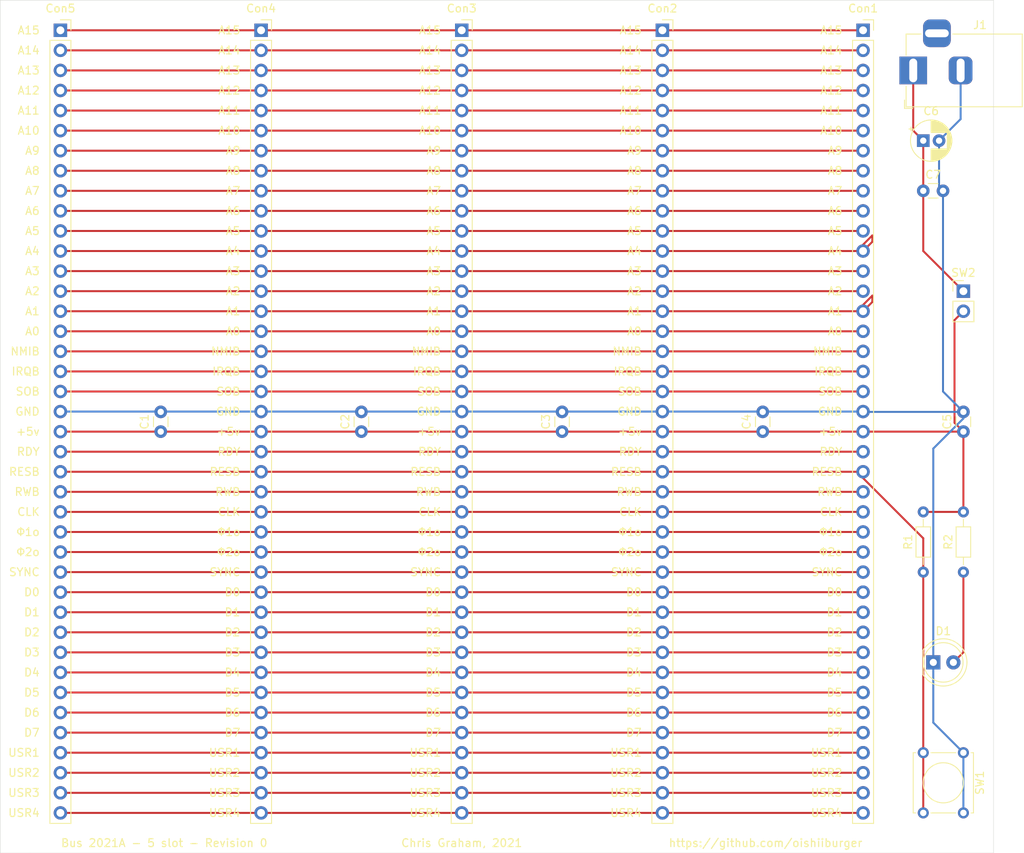
<source format=kicad_pcb>
(kicad_pcb (version 20171130) (host pcbnew 5.1.9+dfsg1-1)

  (general
    (thickness 1.6)
    (drawings 209)
    (tracks 87)
    (zones 0)
    (modules 18)
    (nets 43)
  )

  (page User 164.998 175.006)
  (title_block
    (title "Bus 2021A backplane - 5 slot PCB")
    (date 2021-08-13)
    (rev 0)
  )

  (layers
    (0 F.Cu signal)
    (31 B.Cu signal)
    (32 B.Adhes user)
    (33 F.Adhes user)
    (34 B.Paste user)
    (35 F.Paste user)
    (36 B.SilkS user)
    (37 F.SilkS user)
    (38 B.Mask user)
    (39 F.Mask user)
    (40 Dwgs.User user)
    (41 Cmts.User user)
    (42 Eco1.User user)
    (43 Eco2.User user)
    (44 Edge.Cuts user)
    (45 Margin user)
    (46 B.CrtYd user)
    (47 F.CrtYd user)
    (48 B.Fab user)
    (49 F.Fab user)
  )

  (setup
    (last_trace_width 0.25)
    (trace_clearance 0.2)
    (zone_clearance 0.508)
    (zone_45_only no)
    (trace_min 0.2)
    (via_size 0.8)
    (via_drill 0.4)
    (via_min_size 0.4)
    (via_min_drill 0.3)
    (uvia_size 0.3)
    (uvia_drill 0.1)
    (uvias_allowed no)
    (uvia_min_size 0.2)
    (uvia_min_drill 0.1)
    (edge_width 0.05)
    (segment_width 0.2)
    (pcb_text_width 0.3)
    (pcb_text_size 1.5 1.5)
    (mod_edge_width 0.12)
    (mod_text_size 1 1)
    (mod_text_width 0.15)
    (pad_size 1.524 1.524)
    (pad_drill 0.762)
    (pad_to_mask_clearance 0)
    (aux_axis_origin 0 0)
    (visible_elements FFFFFF7F)
    (pcbplotparams
      (layerselection 0x010fc_ffffffff)
      (usegerberextensions false)
      (usegerberattributes true)
      (usegerberadvancedattributes true)
      (creategerberjobfile true)
      (excludeedgelayer true)
      (linewidth 0.100000)
      (plotframeref false)
      (viasonmask false)
      (mode 1)
      (useauxorigin false)
      (hpglpennumber 1)
      (hpglpenspeed 20)
      (hpglpendiameter 15.000000)
      (psnegative false)
      (psa4output false)
      (plotreference true)
      (plotvalue true)
      (plotinvisibletext false)
      (padsonsilk false)
      (subtractmaskfromsilk false)
      (outputformat 4)
      (mirror false)
      (drillshape 0)
      (scaleselection 1)
      (outputdirectory "rev0_gerber/"))
  )

  (net 0 "")
  (net 1 +5v)
  (net 2 "Net-(C6-Pad1)")
  (net 3 "Net-(Con1-Pad40)")
  (net 4 "Net-(Con1-Pad39)")
  (net 5 "Net-(Con1-Pad38)")
  (net 6 "Net-(Con1-Pad37)")
  (net 7 "Net-(Con1-Pad36)")
  (net 8 "Net-(Con1-Pad35)")
  (net 9 "Net-(Con1-Pad34)")
  (net 10 "Net-(Con1-Pad33)")
  (net 11 "Net-(Con1-Pad32)")
  (net 12 "Net-(Con1-Pad31)")
  (net 13 "Net-(Con1-Pad30)")
  (net 14 "Net-(Con1-Pad29)")
  (net 15 "Net-(Con1-Pad28)")
  (net 16 "Net-(Con1-Pad27)")
  (net 17 "Net-(Con1-Pad26)")
  (net 18 "Net-(Con1-Pad25)")
  (net 19 "Net-(Con1-Pad24)")
  (net 20 RESB)
  (net 21 "Net-(Con1-Pad22)")
  (net 22 "Net-(Con1-Pad19)")
  (net 23 "Net-(Con1-Pad18)")
  (net 24 "Net-(Con1-Pad17)")
  (net 25 "Net-(Con1-Pad16)")
  (net 26 "Net-(Con1-Pad15)")
  (net 27 "Net-(Con1-Pad14)")
  (net 28 "Net-(Con1-Pad13)")
  (net 29 "Net-(Con1-Pad12)")
  (net 30 "Net-(Con1-Pad11)")
  (net 31 "Net-(Con1-Pad10)")
  (net 32 "Net-(Con1-Pad9)")
  (net 33 "Net-(Con1-Pad8)")
  (net 34 "Net-(Con1-Pad7)")
  (net 35 "Net-(Con1-Pad6)")
  (net 36 "Net-(Con1-Pad5)")
  (net 37 "Net-(Con1-Pad4)")
  (net 38 "Net-(Con1-Pad3)")
  (net 39 "Net-(Con1-Pad2)")
  (net 40 "Net-(Con1-Pad1)")
  (net 41 "Net-(D1-Pad2)")
  (net 42 GND)

  (net_class Default "This is the default net class."
    (clearance 0.2)
    (trace_width 0.25)
    (via_dia 0.8)
    (via_drill 0.4)
    (uvia_dia 0.3)
    (uvia_drill 0.1)
    (add_net +5v)
    (add_net GND)
    (add_net "Net-(C6-Pad1)")
    (add_net "Net-(Con1-Pad1)")
    (add_net "Net-(Con1-Pad10)")
    (add_net "Net-(Con1-Pad11)")
    (add_net "Net-(Con1-Pad12)")
    (add_net "Net-(Con1-Pad13)")
    (add_net "Net-(Con1-Pad14)")
    (add_net "Net-(Con1-Pad15)")
    (add_net "Net-(Con1-Pad16)")
    (add_net "Net-(Con1-Pad17)")
    (add_net "Net-(Con1-Pad18)")
    (add_net "Net-(Con1-Pad19)")
    (add_net "Net-(Con1-Pad2)")
    (add_net "Net-(Con1-Pad22)")
    (add_net "Net-(Con1-Pad24)")
    (add_net "Net-(Con1-Pad25)")
    (add_net "Net-(Con1-Pad26)")
    (add_net "Net-(Con1-Pad27)")
    (add_net "Net-(Con1-Pad28)")
    (add_net "Net-(Con1-Pad29)")
    (add_net "Net-(Con1-Pad3)")
    (add_net "Net-(Con1-Pad30)")
    (add_net "Net-(Con1-Pad31)")
    (add_net "Net-(Con1-Pad32)")
    (add_net "Net-(Con1-Pad33)")
    (add_net "Net-(Con1-Pad34)")
    (add_net "Net-(Con1-Pad35)")
    (add_net "Net-(Con1-Pad36)")
    (add_net "Net-(Con1-Pad37)")
    (add_net "Net-(Con1-Pad38)")
    (add_net "Net-(Con1-Pad39)")
    (add_net "Net-(Con1-Pad4)")
    (add_net "Net-(Con1-Pad40)")
    (add_net "Net-(Con1-Pad5)")
    (add_net "Net-(Con1-Pad6)")
    (add_net "Net-(Con1-Pad7)")
    (add_net "Net-(Con1-Pad8)")
    (add_net "Net-(Con1-Pad9)")
    (add_net "Net-(D1-Pad2)")
    (add_net RESB)
  )

  (module Capacitor_THT:C_Disc_D3.0mm_W1.6mm_P2.50mm (layer F.Cu) (tedit 5AE50EF0) (tstamp 611675AD)
    (at 39.37 72.39 90)
    (descr "C, Disc series, Radial, pin pitch=2.50mm, , diameter*width=3.0*1.6mm^2, Capacitor, http://www.vishay.com/docs/45233/krseries.pdf")
    (tags "C Disc series Radial pin pitch 2.50mm  diameter 3.0mm width 1.6mm Capacitor")
    (path /61233402)
    (fp_text reference C1 (at 1.25 -2.05 90) (layer F.SilkS)
      (effects (font (size 1 1) (thickness 0.15)))
    )
    (fp_text value 100nF (at 1.25 2.05 90) (layer F.Fab)
      (effects (font (size 1 1) (thickness 0.15)))
    )
    (fp_line (start -0.25 -0.8) (end -0.25 0.8) (layer F.Fab) (width 0.1))
    (fp_line (start -0.25 0.8) (end 2.75 0.8) (layer F.Fab) (width 0.1))
    (fp_line (start 2.75 0.8) (end 2.75 -0.8) (layer F.Fab) (width 0.1))
    (fp_line (start 2.75 -0.8) (end -0.25 -0.8) (layer F.Fab) (width 0.1))
    (fp_line (start 0.621 -0.92) (end 1.879 -0.92) (layer F.SilkS) (width 0.12))
    (fp_line (start 0.621 0.92) (end 1.879 0.92) (layer F.SilkS) (width 0.12))
    (fp_line (start -1.05 -1.05) (end -1.05 1.05) (layer F.CrtYd) (width 0.05))
    (fp_line (start -1.05 1.05) (end 3.55 1.05) (layer F.CrtYd) (width 0.05))
    (fp_line (start 3.55 1.05) (end 3.55 -1.05) (layer F.CrtYd) (width 0.05))
    (fp_line (start 3.55 -1.05) (end -1.05 -1.05) (layer F.CrtYd) (width 0.05))
    (fp_text user %R (at 1.25 0 90) (layer F.Fab)
      (effects (font (size 0.6 0.6) (thickness 0.09)))
    )
    (pad 1 thru_hole circle (at 0 0 90) (size 1.6 1.6) (drill 0.8) (layers *.Cu *.Mask)
      (net 1 +5v))
    (pad 2 thru_hole circle (at 2.5 0 90) (size 1.6 1.6) (drill 0.8) (layers *.Cu *.Mask)
      (net 42 GND))
    (model ${KISYS3DMOD}/Capacitor_THT.3dshapes/C_Disc_D3.0mm_W1.6mm_P2.50mm.wrl
      (at (xyz 0 0 0))
      (scale (xyz 1 1 1))
      (rotate (xyz 0 0 0))
    )
  )

  (module Capacitor_THT:C_Disc_D3.0mm_W1.6mm_P2.50mm (layer F.Cu) (tedit 5AE50EF0) (tstamp 611675BE)
    (at 64.77 72.39 90)
    (descr "C, Disc series, Radial, pin pitch=2.50mm, , diameter*width=3.0*1.6mm^2, Capacitor, http://www.vishay.com/docs/45233/krseries.pdf")
    (tags "C Disc series Radial pin pitch 2.50mm  diameter 3.0mm width 1.6mm Capacitor")
    (path /61233C87)
    (fp_text reference C2 (at 1.25 -2.05 90) (layer F.SilkS)
      (effects (font (size 1 1) (thickness 0.15)))
    )
    (fp_text value 100nF (at 1.25 2.05 90) (layer F.Fab)
      (effects (font (size 1 1) (thickness 0.15)))
    )
    (fp_line (start 3.55 -1.05) (end -1.05 -1.05) (layer F.CrtYd) (width 0.05))
    (fp_line (start 3.55 1.05) (end 3.55 -1.05) (layer F.CrtYd) (width 0.05))
    (fp_line (start -1.05 1.05) (end 3.55 1.05) (layer F.CrtYd) (width 0.05))
    (fp_line (start -1.05 -1.05) (end -1.05 1.05) (layer F.CrtYd) (width 0.05))
    (fp_line (start 0.621 0.92) (end 1.879 0.92) (layer F.SilkS) (width 0.12))
    (fp_line (start 0.621 -0.92) (end 1.879 -0.92) (layer F.SilkS) (width 0.12))
    (fp_line (start 2.75 -0.8) (end -0.25 -0.8) (layer F.Fab) (width 0.1))
    (fp_line (start 2.75 0.8) (end 2.75 -0.8) (layer F.Fab) (width 0.1))
    (fp_line (start -0.25 0.8) (end 2.75 0.8) (layer F.Fab) (width 0.1))
    (fp_line (start -0.25 -0.8) (end -0.25 0.8) (layer F.Fab) (width 0.1))
    (fp_text user %R (at 1.25 0 90) (layer F.Fab)
      (effects (font (size 0.6 0.6) (thickness 0.09)))
    )
    (pad 2 thru_hole circle (at 2.5 0 90) (size 1.6 1.6) (drill 0.8) (layers *.Cu *.Mask)
      (net 42 GND))
    (pad 1 thru_hole circle (at 0 0 90) (size 1.6 1.6) (drill 0.8) (layers *.Cu *.Mask)
      (net 1 +5v))
    (model ${KISYS3DMOD}/Capacitor_THT.3dshapes/C_Disc_D3.0mm_W1.6mm_P2.50mm.wrl
      (at (xyz 0 0 0))
      (scale (xyz 1 1 1))
      (rotate (xyz 0 0 0))
    )
  )

  (module Capacitor_THT:C_Disc_D3.0mm_W1.6mm_P2.50mm (layer F.Cu) (tedit 5AE50EF0) (tstamp 611675CF)
    (at 90.17 72.39 90)
    (descr "C, Disc series, Radial, pin pitch=2.50mm, , diameter*width=3.0*1.6mm^2, Capacitor, http://www.vishay.com/docs/45233/krseries.pdf")
    (tags "C Disc series Radial pin pitch 2.50mm  diameter 3.0mm width 1.6mm Capacitor")
    (path /61234371)
    (fp_text reference C3 (at 1.25 -2.05 90) (layer F.SilkS)
      (effects (font (size 1 1) (thickness 0.15)))
    )
    (fp_text value 100nF (at 1.25 2.05 90) (layer F.Fab)
      (effects (font (size 1 1) (thickness 0.15)))
    )
    (fp_line (start -0.25 -0.8) (end -0.25 0.8) (layer F.Fab) (width 0.1))
    (fp_line (start -0.25 0.8) (end 2.75 0.8) (layer F.Fab) (width 0.1))
    (fp_line (start 2.75 0.8) (end 2.75 -0.8) (layer F.Fab) (width 0.1))
    (fp_line (start 2.75 -0.8) (end -0.25 -0.8) (layer F.Fab) (width 0.1))
    (fp_line (start 0.621 -0.92) (end 1.879 -0.92) (layer F.SilkS) (width 0.12))
    (fp_line (start 0.621 0.92) (end 1.879 0.92) (layer F.SilkS) (width 0.12))
    (fp_line (start -1.05 -1.05) (end -1.05 1.05) (layer F.CrtYd) (width 0.05))
    (fp_line (start -1.05 1.05) (end 3.55 1.05) (layer F.CrtYd) (width 0.05))
    (fp_line (start 3.55 1.05) (end 3.55 -1.05) (layer F.CrtYd) (width 0.05))
    (fp_line (start 3.55 -1.05) (end -1.05 -1.05) (layer F.CrtYd) (width 0.05))
    (fp_text user %R (at 1.25 0 90) (layer F.Fab)
      (effects (font (size 0.6 0.6) (thickness 0.09)))
    )
    (pad 1 thru_hole circle (at 0 0 90) (size 1.6 1.6) (drill 0.8) (layers *.Cu *.Mask)
      (net 1 +5v))
    (pad 2 thru_hole circle (at 2.5 0 90) (size 1.6 1.6) (drill 0.8) (layers *.Cu *.Mask)
      (net 42 GND))
    (model ${KISYS3DMOD}/Capacitor_THT.3dshapes/C_Disc_D3.0mm_W1.6mm_P2.50mm.wrl
      (at (xyz 0 0 0))
      (scale (xyz 1 1 1))
      (rotate (xyz 0 0 0))
    )
  )

  (module Capacitor_THT:C_Disc_D3.0mm_W1.6mm_P2.50mm (layer F.Cu) (tedit 5AE50EF0) (tstamp 611675E0)
    (at 115.57 72.39 90)
    (descr "C, Disc series, Radial, pin pitch=2.50mm, , diameter*width=3.0*1.6mm^2, Capacitor, http://www.vishay.com/docs/45233/krseries.pdf")
    (tags "C Disc series Radial pin pitch 2.50mm  diameter 3.0mm width 1.6mm Capacitor")
    (path /61234A06)
    (fp_text reference C4 (at 1.25 -2.05 90) (layer F.SilkS)
      (effects (font (size 1 1) (thickness 0.15)))
    )
    (fp_text value 100nF (at 1.25 2.05 90) (layer F.Fab)
      (effects (font (size 1 1) (thickness 0.15)))
    )
    (fp_line (start 3.55 -1.05) (end -1.05 -1.05) (layer F.CrtYd) (width 0.05))
    (fp_line (start 3.55 1.05) (end 3.55 -1.05) (layer F.CrtYd) (width 0.05))
    (fp_line (start -1.05 1.05) (end 3.55 1.05) (layer F.CrtYd) (width 0.05))
    (fp_line (start -1.05 -1.05) (end -1.05 1.05) (layer F.CrtYd) (width 0.05))
    (fp_line (start 0.621 0.92) (end 1.879 0.92) (layer F.SilkS) (width 0.12))
    (fp_line (start 0.621 -0.92) (end 1.879 -0.92) (layer F.SilkS) (width 0.12))
    (fp_line (start 2.75 -0.8) (end -0.25 -0.8) (layer F.Fab) (width 0.1))
    (fp_line (start 2.75 0.8) (end 2.75 -0.8) (layer F.Fab) (width 0.1))
    (fp_line (start -0.25 0.8) (end 2.75 0.8) (layer F.Fab) (width 0.1))
    (fp_line (start -0.25 -0.8) (end -0.25 0.8) (layer F.Fab) (width 0.1))
    (fp_text user %R (at 1.25 0 90) (layer F.Fab)
      (effects (font (size 0.6 0.6) (thickness 0.09)))
    )
    (pad 2 thru_hole circle (at 2.5 0 90) (size 1.6 1.6) (drill 0.8) (layers *.Cu *.Mask)
      (net 42 GND))
    (pad 1 thru_hole circle (at 0 0 90) (size 1.6 1.6) (drill 0.8) (layers *.Cu *.Mask)
      (net 1 +5v))
    (model ${KISYS3DMOD}/Capacitor_THT.3dshapes/C_Disc_D3.0mm_W1.6mm_P2.50mm.wrl
      (at (xyz 0 0 0))
      (scale (xyz 1 1 1))
      (rotate (xyz 0 0 0))
    )
  )

  (module Capacitor_THT:C_Disc_D3.0mm_W1.6mm_P2.50mm (layer F.Cu) (tedit 5AE50EF0) (tstamp 611675F1)
    (at 140.97 72.39 90)
    (descr "C, Disc series, Radial, pin pitch=2.50mm, , diameter*width=3.0*1.6mm^2, Capacitor, http://www.vishay.com/docs/45233/krseries.pdf")
    (tags "C Disc series Radial pin pitch 2.50mm  diameter 3.0mm width 1.6mm Capacitor")
    (path /612353B0)
    (fp_text reference C5 (at 1.25 -2.05 90) (layer F.SilkS)
      (effects (font (size 1 1) (thickness 0.15)))
    )
    (fp_text value 100nF (at 1.25 2.05 90) (layer F.Fab)
      (effects (font (size 1 1) (thickness 0.15)))
    )
    (fp_line (start -0.25 -0.8) (end -0.25 0.8) (layer F.Fab) (width 0.1))
    (fp_line (start -0.25 0.8) (end 2.75 0.8) (layer F.Fab) (width 0.1))
    (fp_line (start 2.75 0.8) (end 2.75 -0.8) (layer F.Fab) (width 0.1))
    (fp_line (start 2.75 -0.8) (end -0.25 -0.8) (layer F.Fab) (width 0.1))
    (fp_line (start 0.621 -0.92) (end 1.879 -0.92) (layer F.SilkS) (width 0.12))
    (fp_line (start 0.621 0.92) (end 1.879 0.92) (layer F.SilkS) (width 0.12))
    (fp_line (start -1.05 -1.05) (end -1.05 1.05) (layer F.CrtYd) (width 0.05))
    (fp_line (start -1.05 1.05) (end 3.55 1.05) (layer F.CrtYd) (width 0.05))
    (fp_line (start 3.55 1.05) (end 3.55 -1.05) (layer F.CrtYd) (width 0.05))
    (fp_line (start 3.55 -1.05) (end -1.05 -1.05) (layer F.CrtYd) (width 0.05))
    (fp_text user %R (at 1.25 0 90) (layer F.Fab)
      (effects (font (size 0.6 0.6) (thickness 0.09)))
    )
    (pad 1 thru_hole circle (at 0 0 90) (size 1.6 1.6) (drill 0.8) (layers *.Cu *.Mask)
      (net 1 +5v))
    (pad 2 thru_hole circle (at 2.5 0 90) (size 1.6 1.6) (drill 0.8) (layers *.Cu *.Mask)
      (net 42 GND))
    (model ${KISYS3DMOD}/Capacitor_THT.3dshapes/C_Disc_D3.0mm_W1.6mm_P2.50mm.wrl
      (at (xyz 0 0 0))
      (scale (xyz 1 1 1))
      (rotate (xyz 0 0 0))
    )
  )

  (module Capacitor_THT:CP_Radial_D5.0mm_P2.00mm (layer F.Cu) (tedit 5AE50EF0) (tstamp 61167674)
    (at 135.89 35.56)
    (descr "CP, Radial series, Radial, pin pitch=2.00mm, , diameter=5mm, Electrolytic Capacitor")
    (tags "CP Radial series Radial pin pitch 2.00mm  diameter 5mm Electrolytic Capacitor")
    (path /617D1C75)
    (fp_text reference C6 (at 1 -3.75) (layer F.SilkS)
      (effects (font (size 1 1) (thickness 0.15)))
    )
    (fp_text value 10μF (at 1 3.75) (layer F.Fab)
      (effects (font (size 1 1) (thickness 0.15)))
    )
    (fp_circle (center 1 0) (end 3.5 0) (layer F.Fab) (width 0.1))
    (fp_circle (center 1 0) (end 3.62 0) (layer F.SilkS) (width 0.12))
    (fp_circle (center 1 0) (end 3.75 0) (layer F.CrtYd) (width 0.05))
    (fp_line (start -1.133605 -1.0875) (end -0.633605 -1.0875) (layer F.Fab) (width 0.1))
    (fp_line (start -0.883605 -1.3375) (end -0.883605 -0.8375) (layer F.Fab) (width 0.1))
    (fp_line (start 1 1.04) (end 1 2.58) (layer F.SilkS) (width 0.12))
    (fp_line (start 1 -2.58) (end 1 -1.04) (layer F.SilkS) (width 0.12))
    (fp_line (start 1.04 1.04) (end 1.04 2.58) (layer F.SilkS) (width 0.12))
    (fp_line (start 1.04 -2.58) (end 1.04 -1.04) (layer F.SilkS) (width 0.12))
    (fp_line (start 1.08 -2.579) (end 1.08 -1.04) (layer F.SilkS) (width 0.12))
    (fp_line (start 1.08 1.04) (end 1.08 2.579) (layer F.SilkS) (width 0.12))
    (fp_line (start 1.12 -2.578) (end 1.12 -1.04) (layer F.SilkS) (width 0.12))
    (fp_line (start 1.12 1.04) (end 1.12 2.578) (layer F.SilkS) (width 0.12))
    (fp_line (start 1.16 -2.576) (end 1.16 -1.04) (layer F.SilkS) (width 0.12))
    (fp_line (start 1.16 1.04) (end 1.16 2.576) (layer F.SilkS) (width 0.12))
    (fp_line (start 1.2 -2.573) (end 1.2 -1.04) (layer F.SilkS) (width 0.12))
    (fp_line (start 1.2 1.04) (end 1.2 2.573) (layer F.SilkS) (width 0.12))
    (fp_line (start 1.24 -2.569) (end 1.24 -1.04) (layer F.SilkS) (width 0.12))
    (fp_line (start 1.24 1.04) (end 1.24 2.569) (layer F.SilkS) (width 0.12))
    (fp_line (start 1.28 -2.565) (end 1.28 -1.04) (layer F.SilkS) (width 0.12))
    (fp_line (start 1.28 1.04) (end 1.28 2.565) (layer F.SilkS) (width 0.12))
    (fp_line (start 1.32 -2.561) (end 1.32 -1.04) (layer F.SilkS) (width 0.12))
    (fp_line (start 1.32 1.04) (end 1.32 2.561) (layer F.SilkS) (width 0.12))
    (fp_line (start 1.36 -2.556) (end 1.36 -1.04) (layer F.SilkS) (width 0.12))
    (fp_line (start 1.36 1.04) (end 1.36 2.556) (layer F.SilkS) (width 0.12))
    (fp_line (start 1.4 -2.55) (end 1.4 -1.04) (layer F.SilkS) (width 0.12))
    (fp_line (start 1.4 1.04) (end 1.4 2.55) (layer F.SilkS) (width 0.12))
    (fp_line (start 1.44 -2.543) (end 1.44 -1.04) (layer F.SilkS) (width 0.12))
    (fp_line (start 1.44 1.04) (end 1.44 2.543) (layer F.SilkS) (width 0.12))
    (fp_line (start 1.48 -2.536) (end 1.48 -1.04) (layer F.SilkS) (width 0.12))
    (fp_line (start 1.48 1.04) (end 1.48 2.536) (layer F.SilkS) (width 0.12))
    (fp_line (start 1.52 -2.528) (end 1.52 -1.04) (layer F.SilkS) (width 0.12))
    (fp_line (start 1.52 1.04) (end 1.52 2.528) (layer F.SilkS) (width 0.12))
    (fp_line (start 1.56 -2.52) (end 1.56 -1.04) (layer F.SilkS) (width 0.12))
    (fp_line (start 1.56 1.04) (end 1.56 2.52) (layer F.SilkS) (width 0.12))
    (fp_line (start 1.6 -2.511) (end 1.6 -1.04) (layer F.SilkS) (width 0.12))
    (fp_line (start 1.6 1.04) (end 1.6 2.511) (layer F.SilkS) (width 0.12))
    (fp_line (start 1.64 -2.501) (end 1.64 -1.04) (layer F.SilkS) (width 0.12))
    (fp_line (start 1.64 1.04) (end 1.64 2.501) (layer F.SilkS) (width 0.12))
    (fp_line (start 1.68 -2.491) (end 1.68 -1.04) (layer F.SilkS) (width 0.12))
    (fp_line (start 1.68 1.04) (end 1.68 2.491) (layer F.SilkS) (width 0.12))
    (fp_line (start 1.721 -2.48) (end 1.721 -1.04) (layer F.SilkS) (width 0.12))
    (fp_line (start 1.721 1.04) (end 1.721 2.48) (layer F.SilkS) (width 0.12))
    (fp_line (start 1.761 -2.468) (end 1.761 -1.04) (layer F.SilkS) (width 0.12))
    (fp_line (start 1.761 1.04) (end 1.761 2.468) (layer F.SilkS) (width 0.12))
    (fp_line (start 1.801 -2.455) (end 1.801 -1.04) (layer F.SilkS) (width 0.12))
    (fp_line (start 1.801 1.04) (end 1.801 2.455) (layer F.SilkS) (width 0.12))
    (fp_line (start 1.841 -2.442) (end 1.841 -1.04) (layer F.SilkS) (width 0.12))
    (fp_line (start 1.841 1.04) (end 1.841 2.442) (layer F.SilkS) (width 0.12))
    (fp_line (start 1.881 -2.428) (end 1.881 -1.04) (layer F.SilkS) (width 0.12))
    (fp_line (start 1.881 1.04) (end 1.881 2.428) (layer F.SilkS) (width 0.12))
    (fp_line (start 1.921 -2.414) (end 1.921 -1.04) (layer F.SilkS) (width 0.12))
    (fp_line (start 1.921 1.04) (end 1.921 2.414) (layer F.SilkS) (width 0.12))
    (fp_line (start 1.961 -2.398) (end 1.961 -1.04) (layer F.SilkS) (width 0.12))
    (fp_line (start 1.961 1.04) (end 1.961 2.398) (layer F.SilkS) (width 0.12))
    (fp_line (start 2.001 -2.382) (end 2.001 -1.04) (layer F.SilkS) (width 0.12))
    (fp_line (start 2.001 1.04) (end 2.001 2.382) (layer F.SilkS) (width 0.12))
    (fp_line (start 2.041 -2.365) (end 2.041 -1.04) (layer F.SilkS) (width 0.12))
    (fp_line (start 2.041 1.04) (end 2.041 2.365) (layer F.SilkS) (width 0.12))
    (fp_line (start 2.081 -2.348) (end 2.081 -1.04) (layer F.SilkS) (width 0.12))
    (fp_line (start 2.081 1.04) (end 2.081 2.348) (layer F.SilkS) (width 0.12))
    (fp_line (start 2.121 -2.329) (end 2.121 -1.04) (layer F.SilkS) (width 0.12))
    (fp_line (start 2.121 1.04) (end 2.121 2.329) (layer F.SilkS) (width 0.12))
    (fp_line (start 2.161 -2.31) (end 2.161 -1.04) (layer F.SilkS) (width 0.12))
    (fp_line (start 2.161 1.04) (end 2.161 2.31) (layer F.SilkS) (width 0.12))
    (fp_line (start 2.201 -2.29) (end 2.201 -1.04) (layer F.SilkS) (width 0.12))
    (fp_line (start 2.201 1.04) (end 2.201 2.29) (layer F.SilkS) (width 0.12))
    (fp_line (start 2.241 -2.268) (end 2.241 -1.04) (layer F.SilkS) (width 0.12))
    (fp_line (start 2.241 1.04) (end 2.241 2.268) (layer F.SilkS) (width 0.12))
    (fp_line (start 2.281 -2.247) (end 2.281 -1.04) (layer F.SilkS) (width 0.12))
    (fp_line (start 2.281 1.04) (end 2.281 2.247) (layer F.SilkS) (width 0.12))
    (fp_line (start 2.321 -2.224) (end 2.321 -1.04) (layer F.SilkS) (width 0.12))
    (fp_line (start 2.321 1.04) (end 2.321 2.224) (layer F.SilkS) (width 0.12))
    (fp_line (start 2.361 -2.2) (end 2.361 -1.04) (layer F.SilkS) (width 0.12))
    (fp_line (start 2.361 1.04) (end 2.361 2.2) (layer F.SilkS) (width 0.12))
    (fp_line (start 2.401 -2.175) (end 2.401 -1.04) (layer F.SilkS) (width 0.12))
    (fp_line (start 2.401 1.04) (end 2.401 2.175) (layer F.SilkS) (width 0.12))
    (fp_line (start 2.441 -2.149) (end 2.441 -1.04) (layer F.SilkS) (width 0.12))
    (fp_line (start 2.441 1.04) (end 2.441 2.149) (layer F.SilkS) (width 0.12))
    (fp_line (start 2.481 -2.122) (end 2.481 -1.04) (layer F.SilkS) (width 0.12))
    (fp_line (start 2.481 1.04) (end 2.481 2.122) (layer F.SilkS) (width 0.12))
    (fp_line (start 2.521 -2.095) (end 2.521 -1.04) (layer F.SilkS) (width 0.12))
    (fp_line (start 2.521 1.04) (end 2.521 2.095) (layer F.SilkS) (width 0.12))
    (fp_line (start 2.561 -2.065) (end 2.561 -1.04) (layer F.SilkS) (width 0.12))
    (fp_line (start 2.561 1.04) (end 2.561 2.065) (layer F.SilkS) (width 0.12))
    (fp_line (start 2.601 -2.035) (end 2.601 -1.04) (layer F.SilkS) (width 0.12))
    (fp_line (start 2.601 1.04) (end 2.601 2.035) (layer F.SilkS) (width 0.12))
    (fp_line (start 2.641 -2.004) (end 2.641 -1.04) (layer F.SilkS) (width 0.12))
    (fp_line (start 2.641 1.04) (end 2.641 2.004) (layer F.SilkS) (width 0.12))
    (fp_line (start 2.681 -1.971) (end 2.681 -1.04) (layer F.SilkS) (width 0.12))
    (fp_line (start 2.681 1.04) (end 2.681 1.971) (layer F.SilkS) (width 0.12))
    (fp_line (start 2.721 -1.937) (end 2.721 -1.04) (layer F.SilkS) (width 0.12))
    (fp_line (start 2.721 1.04) (end 2.721 1.937) (layer F.SilkS) (width 0.12))
    (fp_line (start 2.761 -1.901) (end 2.761 -1.04) (layer F.SilkS) (width 0.12))
    (fp_line (start 2.761 1.04) (end 2.761 1.901) (layer F.SilkS) (width 0.12))
    (fp_line (start 2.801 -1.864) (end 2.801 -1.04) (layer F.SilkS) (width 0.12))
    (fp_line (start 2.801 1.04) (end 2.801 1.864) (layer F.SilkS) (width 0.12))
    (fp_line (start 2.841 -1.826) (end 2.841 -1.04) (layer F.SilkS) (width 0.12))
    (fp_line (start 2.841 1.04) (end 2.841 1.826) (layer F.SilkS) (width 0.12))
    (fp_line (start 2.881 -1.785) (end 2.881 -1.04) (layer F.SilkS) (width 0.12))
    (fp_line (start 2.881 1.04) (end 2.881 1.785) (layer F.SilkS) (width 0.12))
    (fp_line (start 2.921 -1.743) (end 2.921 -1.04) (layer F.SilkS) (width 0.12))
    (fp_line (start 2.921 1.04) (end 2.921 1.743) (layer F.SilkS) (width 0.12))
    (fp_line (start 2.961 -1.699) (end 2.961 -1.04) (layer F.SilkS) (width 0.12))
    (fp_line (start 2.961 1.04) (end 2.961 1.699) (layer F.SilkS) (width 0.12))
    (fp_line (start 3.001 -1.653) (end 3.001 -1.04) (layer F.SilkS) (width 0.12))
    (fp_line (start 3.001 1.04) (end 3.001 1.653) (layer F.SilkS) (width 0.12))
    (fp_line (start 3.041 -1.605) (end 3.041 1.605) (layer F.SilkS) (width 0.12))
    (fp_line (start 3.081 -1.554) (end 3.081 1.554) (layer F.SilkS) (width 0.12))
    (fp_line (start 3.121 -1.5) (end 3.121 1.5) (layer F.SilkS) (width 0.12))
    (fp_line (start 3.161 -1.443) (end 3.161 1.443) (layer F.SilkS) (width 0.12))
    (fp_line (start 3.201 -1.383) (end 3.201 1.383) (layer F.SilkS) (width 0.12))
    (fp_line (start 3.241 -1.319) (end 3.241 1.319) (layer F.SilkS) (width 0.12))
    (fp_line (start 3.281 -1.251) (end 3.281 1.251) (layer F.SilkS) (width 0.12))
    (fp_line (start 3.321 -1.178) (end 3.321 1.178) (layer F.SilkS) (width 0.12))
    (fp_line (start 3.361 -1.098) (end 3.361 1.098) (layer F.SilkS) (width 0.12))
    (fp_line (start 3.401 -1.011) (end 3.401 1.011) (layer F.SilkS) (width 0.12))
    (fp_line (start 3.441 -0.915) (end 3.441 0.915) (layer F.SilkS) (width 0.12))
    (fp_line (start 3.481 -0.805) (end 3.481 0.805) (layer F.SilkS) (width 0.12))
    (fp_line (start 3.521 -0.677) (end 3.521 0.677) (layer F.SilkS) (width 0.12))
    (fp_line (start 3.561 -0.518) (end 3.561 0.518) (layer F.SilkS) (width 0.12))
    (fp_line (start 3.601 -0.284) (end 3.601 0.284) (layer F.SilkS) (width 0.12))
    (fp_line (start -1.804775 -1.475) (end -1.304775 -1.475) (layer F.SilkS) (width 0.12))
    (fp_line (start -1.554775 -1.725) (end -1.554775 -1.225) (layer F.SilkS) (width 0.12))
    (fp_text user %R (at 1 0) (layer F.Fab)
      (effects (font (size 1 1) (thickness 0.15)))
    )
    (pad 1 thru_hole rect (at 0 0) (size 1.6 1.6) (drill 0.8) (layers *.Cu *.Mask)
      (net 2 "Net-(C6-Pad1)"))
    (pad 2 thru_hole circle (at 2 0) (size 1.6 1.6) (drill 0.8) (layers *.Cu *.Mask)
      (net 42 GND))
    (model ${KISYS3DMOD}/Capacitor_THT.3dshapes/CP_Radial_D5.0mm_P2.00mm.wrl
      (at (xyz 0 0 0))
      (scale (xyz 1 1 1))
      (rotate (xyz 0 0 0))
    )
  )

  (module Capacitor_THT:C_Disc_D3.0mm_W1.6mm_P2.50mm (layer F.Cu) (tedit 5AE50EF0) (tstamp 61167685)
    (at 135.89 41.91)
    (descr "C, Disc series, Radial, pin pitch=2.50mm, , diameter*width=3.0*1.6mm^2, Capacitor, http://www.vishay.com/docs/45233/krseries.pdf")
    (tags "C Disc series Radial pin pitch 2.50mm  diameter 3.0mm width 1.6mm Capacitor")
    (path /617D116E)
    (fp_text reference C7 (at 1.25 -2.05) (layer F.SilkS)
      (effects (font (size 1 1) (thickness 0.15)))
    )
    (fp_text value 100nF (at 1.25 2.05) (layer F.Fab)
      (effects (font (size 1 1) (thickness 0.15)))
    )
    (fp_line (start 3.55 -1.05) (end -1.05 -1.05) (layer F.CrtYd) (width 0.05))
    (fp_line (start 3.55 1.05) (end 3.55 -1.05) (layer F.CrtYd) (width 0.05))
    (fp_line (start -1.05 1.05) (end 3.55 1.05) (layer F.CrtYd) (width 0.05))
    (fp_line (start -1.05 -1.05) (end -1.05 1.05) (layer F.CrtYd) (width 0.05))
    (fp_line (start 0.621 0.92) (end 1.879 0.92) (layer F.SilkS) (width 0.12))
    (fp_line (start 0.621 -0.92) (end 1.879 -0.92) (layer F.SilkS) (width 0.12))
    (fp_line (start 2.75 -0.8) (end -0.25 -0.8) (layer F.Fab) (width 0.1))
    (fp_line (start 2.75 0.8) (end 2.75 -0.8) (layer F.Fab) (width 0.1))
    (fp_line (start -0.25 0.8) (end 2.75 0.8) (layer F.Fab) (width 0.1))
    (fp_line (start -0.25 -0.8) (end -0.25 0.8) (layer F.Fab) (width 0.1))
    (fp_text user %R (at 1.25 0) (layer F.Fab)
      (effects (font (size 0.6 0.6) (thickness 0.09)))
    )
    (pad 2 thru_hole circle (at 2.5 0) (size 1.6 1.6) (drill 0.8) (layers *.Cu *.Mask)
      (net 42 GND))
    (pad 1 thru_hole circle (at 0 0) (size 1.6 1.6) (drill 0.8) (layers *.Cu *.Mask)
      (net 2 "Net-(C6-Pad1)"))
    (model ${KISYS3DMOD}/Capacitor_THT.3dshapes/C_Disc_D3.0mm_W1.6mm_P2.50mm.wrl
      (at (xyz 0 0 0))
      (scale (xyz 1 1 1))
      (rotate (xyz 0 0 0))
    )
  )

  (module Connector_PinSocket_2.54mm:PinSocket_1x40_P2.54mm_Vertical (layer F.Cu) (tedit 5A19A42B) (tstamp 611676C1)
    (at 128.27 21.59)
    (descr "Through hole straight socket strip, 1x40, 2.54mm pitch, single row (from Kicad 4.0.7), script generated")
    (tags "Through hole socket strip THT 1x40 2.54mm single row")
    (path /6117D235)
    (fp_text reference Con1 (at 0 -2.77) (layer F.SilkS)
      (effects (font (size 1 1) (thickness 0.15)))
    )
    (fp_text value Bus2021A (at 0 101.83) (layer F.Fab)
      (effects (font (size 1 1) (thickness 0.15)))
    )
    (fp_line (start -1.8 100.8) (end -1.8 -1.8) (layer F.CrtYd) (width 0.05))
    (fp_line (start 1.75 100.8) (end -1.8 100.8) (layer F.CrtYd) (width 0.05))
    (fp_line (start 1.75 -1.8) (end 1.75 100.8) (layer F.CrtYd) (width 0.05))
    (fp_line (start -1.8 -1.8) (end 1.75 -1.8) (layer F.CrtYd) (width 0.05))
    (fp_line (start 0 -1.33) (end 1.33 -1.33) (layer F.SilkS) (width 0.12))
    (fp_line (start 1.33 -1.33) (end 1.33 0) (layer F.SilkS) (width 0.12))
    (fp_line (start 1.33 1.27) (end 1.33 100.39) (layer F.SilkS) (width 0.12))
    (fp_line (start -1.33 100.39) (end 1.33 100.39) (layer F.SilkS) (width 0.12))
    (fp_line (start -1.33 1.27) (end -1.33 100.39) (layer F.SilkS) (width 0.12))
    (fp_line (start -1.33 1.27) (end 1.33 1.27) (layer F.SilkS) (width 0.12))
    (fp_line (start -1.27 100.33) (end -1.27 -1.27) (layer F.Fab) (width 0.1))
    (fp_line (start 1.27 100.33) (end -1.27 100.33) (layer F.Fab) (width 0.1))
    (fp_line (start 1.27 -0.635) (end 1.27 100.33) (layer F.Fab) (width 0.1))
    (fp_line (start 0.635 -1.27) (end 1.27 -0.635) (layer F.Fab) (width 0.1))
    (fp_line (start -1.27 -1.27) (end 0.635 -1.27) (layer F.Fab) (width 0.1))
    (fp_text user %R (at 0 49.53 90) (layer F.Fab)
      (effects (font (size 1 1) (thickness 0.15)))
    )
    (pad 40 thru_hole oval (at 0 99.06) (size 1.7 1.7) (drill 1) (layers *.Cu *.Mask)
      (net 3 "Net-(Con1-Pad40)"))
    (pad 39 thru_hole oval (at 0 96.52) (size 1.7 1.7) (drill 1) (layers *.Cu *.Mask)
      (net 4 "Net-(Con1-Pad39)"))
    (pad 38 thru_hole oval (at 0 93.98) (size 1.7 1.7) (drill 1) (layers *.Cu *.Mask)
      (net 5 "Net-(Con1-Pad38)"))
    (pad 37 thru_hole oval (at 0 91.44) (size 1.7 1.7) (drill 1) (layers *.Cu *.Mask)
      (net 6 "Net-(Con1-Pad37)"))
    (pad 36 thru_hole oval (at 0 88.9) (size 1.7 1.7) (drill 1) (layers *.Cu *.Mask)
      (net 7 "Net-(Con1-Pad36)"))
    (pad 35 thru_hole oval (at 0 86.36) (size 1.7 1.7) (drill 1) (layers *.Cu *.Mask)
      (net 8 "Net-(Con1-Pad35)"))
    (pad 34 thru_hole oval (at 0 83.82) (size 1.7 1.7) (drill 1) (layers *.Cu *.Mask)
      (net 9 "Net-(Con1-Pad34)"))
    (pad 33 thru_hole oval (at 0 81.28) (size 1.7 1.7) (drill 1) (layers *.Cu *.Mask)
      (net 10 "Net-(Con1-Pad33)"))
    (pad 32 thru_hole oval (at 0 78.74) (size 1.7 1.7) (drill 1) (layers *.Cu *.Mask)
      (net 11 "Net-(Con1-Pad32)"))
    (pad 31 thru_hole oval (at 0 76.2) (size 1.7 1.7) (drill 1) (layers *.Cu *.Mask)
      (net 12 "Net-(Con1-Pad31)"))
    (pad 30 thru_hole oval (at 0 73.66) (size 1.7 1.7) (drill 1) (layers *.Cu *.Mask)
      (net 13 "Net-(Con1-Pad30)"))
    (pad 29 thru_hole oval (at 0 71.12) (size 1.7 1.7) (drill 1) (layers *.Cu *.Mask)
      (net 14 "Net-(Con1-Pad29)"))
    (pad 28 thru_hole oval (at 0 68.58) (size 1.7 1.7) (drill 1) (layers *.Cu *.Mask)
      (net 15 "Net-(Con1-Pad28)"))
    (pad 27 thru_hole oval (at 0 66.04) (size 1.7 1.7) (drill 1) (layers *.Cu *.Mask)
      (net 16 "Net-(Con1-Pad27)"))
    (pad 26 thru_hole oval (at 0 63.5) (size 1.7 1.7) (drill 1) (layers *.Cu *.Mask)
      (net 17 "Net-(Con1-Pad26)"))
    (pad 25 thru_hole oval (at 0 60.96) (size 1.7 1.7) (drill 1) (layers *.Cu *.Mask)
      (net 18 "Net-(Con1-Pad25)"))
    (pad 24 thru_hole oval (at 0 58.42) (size 1.7 1.7) (drill 1) (layers *.Cu *.Mask)
      (net 19 "Net-(Con1-Pad24)"))
    (pad 23 thru_hole oval (at 0 55.88) (size 1.7 1.7) (drill 1) (layers *.Cu *.Mask)
      (net 20 RESB))
    (pad 22 thru_hole oval (at 0 53.34) (size 1.7 1.7) (drill 1) (layers *.Cu *.Mask)
      (net 21 "Net-(Con1-Pad22)"))
    (pad 21 thru_hole oval (at 0 50.8) (size 1.7 1.7) (drill 1) (layers *.Cu *.Mask)
      (net 1 +5v))
    (pad 20 thru_hole oval (at 0 48.26) (size 1.7 1.7) (drill 1) (layers *.Cu *.Mask)
      (net 42 GND))
    (pad 19 thru_hole oval (at 0 45.72) (size 1.7 1.7) (drill 1) (layers *.Cu *.Mask)
      (net 22 "Net-(Con1-Pad19)"))
    (pad 18 thru_hole oval (at 0 43.18) (size 1.7 1.7) (drill 1) (layers *.Cu *.Mask)
      (net 23 "Net-(Con1-Pad18)"))
    (pad 17 thru_hole oval (at 0 40.64) (size 1.7 1.7) (drill 1) (layers *.Cu *.Mask)
      (net 24 "Net-(Con1-Pad17)"))
    (pad 16 thru_hole oval (at 0 38.1) (size 1.7 1.7) (drill 1) (layers *.Cu *.Mask)
      (net 25 "Net-(Con1-Pad16)"))
    (pad 15 thru_hole oval (at 0 35.56) (size 1.7 1.7) (drill 1) (layers *.Cu *.Mask)
      (net 26 "Net-(Con1-Pad15)"))
    (pad 14 thru_hole oval (at 0 33.02) (size 1.7 1.7) (drill 1) (layers *.Cu *.Mask)
      (net 27 "Net-(Con1-Pad14)"))
    (pad 13 thru_hole oval (at 0 30.48) (size 1.7 1.7) (drill 1) (layers *.Cu *.Mask)
      (net 28 "Net-(Con1-Pad13)"))
    (pad 12 thru_hole oval (at 0 27.94) (size 1.7 1.7) (drill 1) (layers *.Cu *.Mask)
      (net 29 "Net-(Con1-Pad12)"))
    (pad 11 thru_hole oval (at 0 25.4) (size 1.7 1.7) (drill 1) (layers *.Cu *.Mask)
      (net 30 "Net-(Con1-Pad11)"))
    (pad 10 thru_hole oval (at 0 22.86) (size 1.7 1.7) (drill 1) (layers *.Cu *.Mask)
      (net 31 "Net-(Con1-Pad10)"))
    (pad 9 thru_hole oval (at 0 20.32) (size 1.7 1.7) (drill 1) (layers *.Cu *.Mask)
      (net 32 "Net-(Con1-Pad9)"))
    (pad 8 thru_hole oval (at 0 17.78) (size 1.7 1.7) (drill 1) (layers *.Cu *.Mask)
      (net 33 "Net-(Con1-Pad8)"))
    (pad 7 thru_hole oval (at 0 15.24) (size 1.7 1.7) (drill 1) (layers *.Cu *.Mask)
      (net 34 "Net-(Con1-Pad7)"))
    (pad 6 thru_hole oval (at 0 12.7) (size 1.7 1.7) (drill 1) (layers *.Cu *.Mask)
      (net 35 "Net-(Con1-Pad6)"))
    (pad 5 thru_hole oval (at 0 10.16) (size 1.7 1.7) (drill 1) (layers *.Cu *.Mask)
      (net 36 "Net-(Con1-Pad5)"))
    (pad 4 thru_hole oval (at 0 7.62) (size 1.7 1.7) (drill 1) (layers *.Cu *.Mask)
      (net 37 "Net-(Con1-Pad4)"))
    (pad 3 thru_hole oval (at 0 5.08) (size 1.7 1.7) (drill 1) (layers *.Cu *.Mask)
      (net 38 "Net-(Con1-Pad3)"))
    (pad 2 thru_hole oval (at 0 2.54) (size 1.7 1.7) (drill 1) (layers *.Cu *.Mask)
      (net 39 "Net-(Con1-Pad2)"))
    (pad 1 thru_hole rect (at 0 0) (size 1.7 1.7) (drill 1) (layers *.Cu *.Mask)
      (net 40 "Net-(Con1-Pad1)"))
    (model ${KISYS3DMOD}/Connector_PinSocket_2.54mm.3dshapes/PinSocket_1x40_P2.54mm_Vertical.wrl
      (at (xyz 0 0 0))
      (scale (xyz 1 1 1))
      (rotate (xyz 0 0 0))
    )
  )

  (module Connector_PinSocket_2.54mm:PinSocket_1x40_P2.54mm_Vertical (layer F.Cu) (tedit 5A19A42B) (tstamp 611676FD)
    (at 102.87 21.59)
    (descr "Through hole straight socket strip, 1x40, 2.54mm pitch, single row (from Kicad 4.0.7), script generated")
    (tags "Through hole socket strip THT 1x40 2.54mm single row")
    (path /6117A12F)
    (fp_text reference Con2 (at 0 -2.77) (layer F.SilkS)
      (effects (font (size 1 1) (thickness 0.15)))
    )
    (fp_text value Bus2021A (at 0 101.83) (layer F.Fab)
      (effects (font (size 1 1) (thickness 0.15)))
    )
    (fp_line (start -1.27 -1.27) (end 0.635 -1.27) (layer F.Fab) (width 0.1))
    (fp_line (start 0.635 -1.27) (end 1.27 -0.635) (layer F.Fab) (width 0.1))
    (fp_line (start 1.27 -0.635) (end 1.27 100.33) (layer F.Fab) (width 0.1))
    (fp_line (start 1.27 100.33) (end -1.27 100.33) (layer F.Fab) (width 0.1))
    (fp_line (start -1.27 100.33) (end -1.27 -1.27) (layer F.Fab) (width 0.1))
    (fp_line (start -1.33 1.27) (end 1.33 1.27) (layer F.SilkS) (width 0.12))
    (fp_line (start -1.33 1.27) (end -1.33 100.39) (layer F.SilkS) (width 0.12))
    (fp_line (start -1.33 100.39) (end 1.33 100.39) (layer F.SilkS) (width 0.12))
    (fp_line (start 1.33 1.27) (end 1.33 100.39) (layer F.SilkS) (width 0.12))
    (fp_line (start 1.33 -1.33) (end 1.33 0) (layer F.SilkS) (width 0.12))
    (fp_line (start 0 -1.33) (end 1.33 -1.33) (layer F.SilkS) (width 0.12))
    (fp_line (start -1.8 -1.8) (end 1.75 -1.8) (layer F.CrtYd) (width 0.05))
    (fp_line (start 1.75 -1.8) (end 1.75 100.8) (layer F.CrtYd) (width 0.05))
    (fp_line (start 1.75 100.8) (end -1.8 100.8) (layer F.CrtYd) (width 0.05))
    (fp_line (start -1.8 100.8) (end -1.8 -1.8) (layer F.CrtYd) (width 0.05))
    (fp_text user %R (at 0 49.53 90) (layer F.Fab)
      (effects (font (size 1 1) (thickness 0.15)))
    )
    (pad 1 thru_hole rect (at 0 0) (size 1.7 1.7) (drill 1) (layers *.Cu *.Mask)
      (net 40 "Net-(Con1-Pad1)"))
    (pad 2 thru_hole oval (at 0 2.54) (size 1.7 1.7) (drill 1) (layers *.Cu *.Mask)
      (net 39 "Net-(Con1-Pad2)"))
    (pad 3 thru_hole oval (at 0 5.08) (size 1.7 1.7) (drill 1) (layers *.Cu *.Mask)
      (net 38 "Net-(Con1-Pad3)"))
    (pad 4 thru_hole oval (at 0 7.62) (size 1.7 1.7) (drill 1) (layers *.Cu *.Mask)
      (net 37 "Net-(Con1-Pad4)"))
    (pad 5 thru_hole oval (at 0 10.16) (size 1.7 1.7) (drill 1) (layers *.Cu *.Mask)
      (net 36 "Net-(Con1-Pad5)"))
    (pad 6 thru_hole oval (at 0 12.7) (size 1.7 1.7) (drill 1) (layers *.Cu *.Mask)
      (net 35 "Net-(Con1-Pad6)"))
    (pad 7 thru_hole oval (at 0 15.24) (size 1.7 1.7) (drill 1) (layers *.Cu *.Mask)
      (net 34 "Net-(Con1-Pad7)"))
    (pad 8 thru_hole oval (at 0 17.78) (size 1.7 1.7) (drill 1) (layers *.Cu *.Mask)
      (net 33 "Net-(Con1-Pad8)"))
    (pad 9 thru_hole oval (at 0 20.32) (size 1.7 1.7) (drill 1) (layers *.Cu *.Mask)
      (net 32 "Net-(Con1-Pad9)"))
    (pad 10 thru_hole oval (at 0 22.86) (size 1.7 1.7) (drill 1) (layers *.Cu *.Mask)
      (net 31 "Net-(Con1-Pad10)"))
    (pad 11 thru_hole oval (at 0 25.4) (size 1.7 1.7) (drill 1) (layers *.Cu *.Mask)
      (net 30 "Net-(Con1-Pad11)"))
    (pad 12 thru_hole oval (at 0 27.94) (size 1.7 1.7) (drill 1) (layers *.Cu *.Mask)
      (net 29 "Net-(Con1-Pad12)"))
    (pad 13 thru_hole oval (at 0 30.48) (size 1.7 1.7) (drill 1) (layers *.Cu *.Mask)
      (net 28 "Net-(Con1-Pad13)"))
    (pad 14 thru_hole oval (at 0 33.02) (size 1.7 1.7) (drill 1) (layers *.Cu *.Mask)
      (net 27 "Net-(Con1-Pad14)"))
    (pad 15 thru_hole oval (at 0 35.56) (size 1.7 1.7) (drill 1) (layers *.Cu *.Mask)
      (net 26 "Net-(Con1-Pad15)"))
    (pad 16 thru_hole oval (at 0 38.1) (size 1.7 1.7) (drill 1) (layers *.Cu *.Mask)
      (net 25 "Net-(Con1-Pad16)"))
    (pad 17 thru_hole oval (at 0 40.64) (size 1.7 1.7) (drill 1) (layers *.Cu *.Mask)
      (net 24 "Net-(Con1-Pad17)"))
    (pad 18 thru_hole oval (at 0 43.18) (size 1.7 1.7) (drill 1) (layers *.Cu *.Mask)
      (net 23 "Net-(Con1-Pad18)"))
    (pad 19 thru_hole oval (at 0 45.72) (size 1.7 1.7) (drill 1) (layers *.Cu *.Mask)
      (net 22 "Net-(Con1-Pad19)"))
    (pad 20 thru_hole oval (at 0 48.26) (size 1.7 1.7) (drill 1) (layers *.Cu *.Mask)
      (net 42 GND))
    (pad 21 thru_hole oval (at 0 50.8) (size 1.7 1.7) (drill 1) (layers *.Cu *.Mask)
      (net 1 +5v))
    (pad 22 thru_hole oval (at 0 53.34) (size 1.7 1.7) (drill 1) (layers *.Cu *.Mask)
      (net 21 "Net-(Con1-Pad22)"))
    (pad 23 thru_hole oval (at 0 55.88) (size 1.7 1.7) (drill 1) (layers *.Cu *.Mask)
      (net 20 RESB))
    (pad 24 thru_hole oval (at 0 58.42) (size 1.7 1.7) (drill 1) (layers *.Cu *.Mask)
      (net 19 "Net-(Con1-Pad24)"))
    (pad 25 thru_hole oval (at 0 60.96) (size 1.7 1.7) (drill 1) (layers *.Cu *.Mask)
      (net 18 "Net-(Con1-Pad25)"))
    (pad 26 thru_hole oval (at 0 63.5) (size 1.7 1.7) (drill 1) (layers *.Cu *.Mask)
      (net 17 "Net-(Con1-Pad26)"))
    (pad 27 thru_hole oval (at 0 66.04) (size 1.7 1.7) (drill 1) (layers *.Cu *.Mask)
      (net 16 "Net-(Con1-Pad27)"))
    (pad 28 thru_hole oval (at 0 68.58) (size 1.7 1.7) (drill 1) (layers *.Cu *.Mask)
      (net 15 "Net-(Con1-Pad28)"))
    (pad 29 thru_hole oval (at 0 71.12) (size 1.7 1.7) (drill 1) (layers *.Cu *.Mask)
      (net 14 "Net-(Con1-Pad29)"))
    (pad 30 thru_hole oval (at 0 73.66) (size 1.7 1.7) (drill 1) (layers *.Cu *.Mask)
      (net 13 "Net-(Con1-Pad30)"))
    (pad 31 thru_hole oval (at 0 76.2) (size 1.7 1.7) (drill 1) (layers *.Cu *.Mask)
      (net 12 "Net-(Con1-Pad31)"))
    (pad 32 thru_hole oval (at 0 78.74) (size 1.7 1.7) (drill 1) (layers *.Cu *.Mask)
      (net 11 "Net-(Con1-Pad32)"))
    (pad 33 thru_hole oval (at 0 81.28) (size 1.7 1.7) (drill 1) (layers *.Cu *.Mask)
      (net 10 "Net-(Con1-Pad33)"))
    (pad 34 thru_hole oval (at 0 83.82) (size 1.7 1.7) (drill 1) (layers *.Cu *.Mask)
      (net 9 "Net-(Con1-Pad34)"))
    (pad 35 thru_hole oval (at 0 86.36) (size 1.7 1.7) (drill 1) (layers *.Cu *.Mask)
      (net 8 "Net-(Con1-Pad35)"))
    (pad 36 thru_hole oval (at 0 88.9) (size 1.7 1.7) (drill 1) (layers *.Cu *.Mask)
      (net 7 "Net-(Con1-Pad36)"))
    (pad 37 thru_hole oval (at 0 91.44) (size 1.7 1.7) (drill 1) (layers *.Cu *.Mask)
      (net 6 "Net-(Con1-Pad37)"))
    (pad 38 thru_hole oval (at 0 93.98) (size 1.7 1.7) (drill 1) (layers *.Cu *.Mask)
      (net 5 "Net-(Con1-Pad38)"))
    (pad 39 thru_hole oval (at 0 96.52) (size 1.7 1.7) (drill 1) (layers *.Cu *.Mask)
      (net 4 "Net-(Con1-Pad39)"))
    (pad 40 thru_hole oval (at 0 99.06) (size 1.7 1.7) (drill 1) (layers *.Cu *.Mask)
      (net 3 "Net-(Con1-Pad40)"))
    (model ${KISYS3DMOD}/Connector_PinSocket_2.54mm.3dshapes/PinSocket_1x40_P2.54mm_Vertical.wrl
      (at (xyz 0 0 0))
      (scale (xyz 1 1 1))
      (rotate (xyz 0 0 0))
    )
  )

  (module Connector_PinSocket_2.54mm:PinSocket_1x40_P2.54mm_Vertical (layer F.Cu) (tedit 5A19A42B) (tstamp 61167739)
    (at 77.47 21.59)
    (descr "Through hole straight socket strip, 1x40, 2.54mm pitch, single row (from Kicad 4.0.7), script generated")
    (tags "Through hole socket strip THT 1x40 2.54mm single row")
    (path /6117BA60)
    (fp_text reference Con3 (at 0 -2.77) (layer F.SilkS)
      (effects (font (size 1 1) (thickness 0.15)))
    )
    (fp_text value Bus2021A (at 0 101.83) (layer F.Fab)
      (effects (font (size 1 1) (thickness 0.15)))
    )
    (fp_line (start -1.27 -1.27) (end 0.635 -1.27) (layer F.Fab) (width 0.1))
    (fp_line (start 0.635 -1.27) (end 1.27 -0.635) (layer F.Fab) (width 0.1))
    (fp_line (start 1.27 -0.635) (end 1.27 100.33) (layer F.Fab) (width 0.1))
    (fp_line (start 1.27 100.33) (end -1.27 100.33) (layer F.Fab) (width 0.1))
    (fp_line (start -1.27 100.33) (end -1.27 -1.27) (layer F.Fab) (width 0.1))
    (fp_line (start -1.33 1.27) (end 1.33 1.27) (layer F.SilkS) (width 0.12))
    (fp_line (start -1.33 1.27) (end -1.33 100.39) (layer F.SilkS) (width 0.12))
    (fp_line (start -1.33 100.39) (end 1.33 100.39) (layer F.SilkS) (width 0.12))
    (fp_line (start 1.33 1.27) (end 1.33 100.39) (layer F.SilkS) (width 0.12))
    (fp_line (start 1.33 -1.33) (end 1.33 0) (layer F.SilkS) (width 0.12))
    (fp_line (start 0 -1.33) (end 1.33 -1.33) (layer F.SilkS) (width 0.12))
    (fp_line (start -1.8 -1.8) (end 1.75 -1.8) (layer F.CrtYd) (width 0.05))
    (fp_line (start 1.75 -1.8) (end 1.75 100.8) (layer F.CrtYd) (width 0.05))
    (fp_line (start 1.75 100.8) (end -1.8 100.8) (layer F.CrtYd) (width 0.05))
    (fp_line (start -1.8 100.8) (end -1.8 -1.8) (layer F.CrtYd) (width 0.05))
    (fp_text user %R (at 0 49.53 90) (layer F.Fab)
      (effects (font (size 1 1) (thickness 0.15)))
    )
    (pad 1 thru_hole rect (at 0 0) (size 1.7 1.7) (drill 1) (layers *.Cu *.Mask)
      (net 40 "Net-(Con1-Pad1)"))
    (pad 2 thru_hole oval (at 0 2.54) (size 1.7 1.7) (drill 1) (layers *.Cu *.Mask)
      (net 39 "Net-(Con1-Pad2)"))
    (pad 3 thru_hole oval (at 0 5.08) (size 1.7 1.7) (drill 1) (layers *.Cu *.Mask)
      (net 38 "Net-(Con1-Pad3)"))
    (pad 4 thru_hole oval (at 0 7.62) (size 1.7 1.7) (drill 1) (layers *.Cu *.Mask)
      (net 37 "Net-(Con1-Pad4)"))
    (pad 5 thru_hole oval (at 0 10.16) (size 1.7 1.7) (drill 1) (layers *.Cu *.Mask)
      (net 36 "Net-(Con1-Pad5)"))
    (pad 6 thru_hole oval (at 0 12.7) (size 1.7 1.7) (drill 1) (layers *.Cu *.Mask)
      (net 35 "Net-(Con1-Pad6)"))
    (pad 7 thru_hole oval (at 0 15.24) (size 1.7 1.7) (drill 1) (layers *.Cu *.Mask)
      (net 34 "Net-(Con1-Pad7)"))
    (pad 8 thru_hole oval (at 0 17.78) (size 1.7 1.7) (drill 1) (layers *.Cu *.Mask)
      (net 33 "Net-(Con1-Pad8)"))
    (pad 9 thru_hole oval (at 0 20.32) (size 1.7 1.7) (drill 1) (layers *.Cu *.Mask)
      (net 32 "Net-(Con1-Pad9)"))
    (pad 10 thru_hole oval (at 0 22.86) (size 1.7 1.7) (drill 1) (layers *.Cu *.Mask)
      (net 31 "Net-(Con1-Pad10)"))
    (pad 11 thru_hole oval (at 0 25.4) (size 1.7 1.7) (drill 1) (layers *.Cu *.Mask)
      (net 30 "Net-(Con1-Pad11)"))
    (pad 12 thru_hole oval (at 0 27.94) (size 1.7 1.7) (drill 1) (layers *.Cu *.Mask)
      (net 29 "Net-(Con1-Pad12)"))
    (pad 13 thru_hole oval (at 0 30.48) (size 1.7 1.7) (drill 1) (layers *.Cu *.Mask)
      (net 28 "Net-(Con1-Pad13)"))
    (pad 14 thru_hole oval (at 0 33.02) (size 1.7 1.7) (drill 1) (layers *.Cu *.Mask)
      (net 27 "Net-(Con1-Pad14)"))
    (pad 15 thru_hole oval (at 0 35.56) (size 1.7 1.7) (drill 1) (layers *.Cu *.Mask)
      (net 26 "Net-(Con1-Pad15)"))
    (pad 16 thru_hole oval (at 0 38.1) (size 1.7 1.7) (drill 1) (layers *.Cu *.Mask)
      (net 25 "Net-(Con1-Pad16)"))
    (pad 17 thru_hole oval (at 0 40.64) (size 1.7 1.7) (drill 1) (layers *.Cu *.Mask)
      (net 24 "Net-(Con1-Pad17)"))
    (pad 18 thru_hole oval (at 0 43.18) (size 1.7 1.7) (drill 1) (layers *.Cu *.Mask)
      (net 23 "Net-(Con1-Pad18)"))
    (pad 19 thru_hole oval (at 0 45.72) (size 1.7 1.7) (drill 1) (layers *.Cu *.Mask)
      (net 22 "Net-(Con1-Pad19)"))
    (pad 20 thru_hole oval (at 0 48.26) (size 1.7 1.7) (drill 1) (layers *.Cu *.Mask)
      (net 42 GND))
    (pad 21 thru_hole oval (at 0 50.8) (size 1.7 1.7) (drill 1) (layers *.Cu *.Mask)
      (net 1 +5v))
    (pad 22 thru_hole oval (at 0 53.34) (size 1.7 1.7) (drill 1) (layers *.Cu *.Mask)
      (net 21 "Net-(Con1-Pad22)"))
    (pad 23 thru_hole oval (at 0 55.88) (size 1.7 1.7) (drill 1) (layers *.Cu *.Mask)
      (net 20 RESB))
    (pad 24 thru_hole oval (at 0 58.42) (size 1.7 1.7) (drill 1) (layers *.Cu *.Mask)
      (net 19 "Net-(Con1-Pad24)"))
    (pad 25 thru_hole oval (at 0 60.96) (size 1.7 1.7) (drill 1) (layers *.Cu *.Mask)
      (net 18 "Net-(Con1-Pad25)"))
    (pad 26 thru_hole oval (at 0 63.5) (size 1.7 1.7) (drill 1) (layers *.Cu *.Mask)
      (net 17 "Net-(Con1-Pad26)"))
    (pad 27 thru_hole oval (at 0 66.04) (size 1.7 1.7) (drill 1) (layers *.Cu *.Mask)
      (net 16 "Net-(Con1-Pad27)"))
    (pad 28 thru_hole oval (at 0 68.58) (size 1.7 1.7) (drill 1) (layers *.Cu *.Mask)
      (net 15 "Net-(Con1-Pad28)"))
    (pad 29 thru_hole oval (at 0 71.12) (size 1.7 1.7) (drill 1) (layers *.Cu *.Mask)
      (net 14 "Net-(Con1-Pad29)"))
    (pad 30 thru_hole oval (at 0 73.66) (size 1.7 1.7) (drill 1) (layers *.Cu *.Mask)
      (net 13 "Net-(Con1-Pad30)"))
    (pad 31 thru_hole oval (at 0 76.2) (size 1.7 1.7) (drill 1) (layers *.Cu *.Mask)
      (net 12 "Net-(Con1-Pad31)"))
    (pad 32 thru_hole oval (at 0 78.74) (size 1.7 1.7) (drill 1) (layers *.Cu *.Mask)
      (net 11 "Net-(Con1-Pad32)"))
    (pad 33 thru_hole oval (at 0 81.28) (size 1.7 1.7) (drill 1) (layers *.Cu *.Mask)
      (net 10 "Net-(Con1-Pad33)"))
    (pad 34 thru_hole oval (at 0 83.82) (size 1.7 1.7) (drill 1) (layers *.Cu *.Mask)
      (net 9 "Net-(Con1-Pad34)"))
    (pad 35 thru_hole oval (at 0 86.36) (size 1.7 1.7) (drill 1) (layers *.Cu *.Mask)
      (net 8 "Net-(Con1-Pad35)"))
    (pad 36 thru_hole oval (at 0 88.9) (size 1.7 1.7) (drill 1) (layers *.Cu *.Mask)
      (net 7 "Net-(Con1-Pad36)"))
    (pad 37 thru_hole oval (at 0 91.44) (size 1.7 1.7) (drill 1) (layers *.Cu *.Mask)
      (net 6 "Net-(Con1-Pad37)"))
    (pad 38 thru_hole oval (at 0 93.98) (size 1.7 1.7) (drill 1) (layers *.Cu *.Mask)
      (net 5 "Net-(Con1-Pad38)"))
    (pad 39 thru_hole oval (at 0 96.52) (size 1.7 1.7) (drill 1) (layers *.Cu *.Mask)
      (net 4 "Net-(Con1-Pad39)"))
    (pad 40 thru_hole oval (at 0 99.06) (size 1.7 1.7) (drill 1) (layers *.Cu *.Mask)
      (net 3 "Net-(Con1-Pad40)"))
    (model ${KISYS3DMOD}/Connector_PinSocket_2.54mm.3dshapes/PinSocket_1x40_P2.54mm_Vertical.wrl
      (at (xyz 0 0 0))
      (scale (xyz 1 1 1))
      (rotate (xyz 0 0 0))
    )
  )

  (module Connector_PinSocket_2.54mm:PinSocket_1x40_P2.54mm_Vertical (layer F.Cu) (tedit 5A19A42B) (tstamp 61167775)
    (at 52.07 21.59)
    (descr "Through hole straight socket strip, 1x40, 2.54mm pitch, single row (from Kicad 4.0.7), script generated")
    (tags "Through hole socket strip THT 1x40 2.54mm single row")
    (path /6117E281)
    (fp_text reference Con4 (at 0 -2.77) (layer F.SilkS)
      (effects (font (size 1 1) (thickness 0.15)))
    )
    (fp_text value Bus2021A (at 0 101.83) (layer F.Fab)
      (effects (font (size 1 1) (thickness 0.15)))
    )
    (fp_line (start -1.27 -1.27) (end 0.635 -1.27) (layer F.Fab) (width 0.1))
    (fp_line (start 0.635 -1.27) (end 1.27 -0.635) (layer F.Fab) (width 0.1))
    (fp_line (start 1.27 -0.635) (end 1.27 100.33) (layer F.Fab) (width 0.1))
    (fp_line (start 1.27 100.33) (end -1.27 100.33) (layer F.Fab) (width 0.1))
    (fp_line (start -1.27 100.33) (end -1.27 -1.27) (layer F.Fab) (width 0.1))
    (fp_line (start -1.33 1.27) (end 1.33 1.27) (layer F.SilkS) (width 0.12))
    (fp_line (start -1.33 1.27) (end -1.33 100.39) (layer F.SilkS) (width 0.12))
    (fp_line (start -1.33 100.39) (end 1.33 100.39) (layer F.SilkS) (width 0.12))
    (fp_line (start 1.33 1.27) (end 1.33 100.39) (layer F.SilkS) (width 0.12))
    (fp_line (start 1.33 -1.33) (end 1.33 0) (layer F.SilkS) (width 0.12))
    (fp_line (start 0 -1.33) (end 1.33 -1.33) (layer F.SilkS) (width 0.12))
    (fp_line (start -1.8 -1.8) (end 1.75 -1.8) (layer F.CrtYd) (width 0.05))
    (fp_line (start 1.75 -1.8) (end 1.75 100.8) (layer F.CrtYd) (width 0.05))
    (fp_line (start 1.75 100.8) (end -1.8 100.8) (layer F.CrtYd) (width 0.05))
    (fp_line (start -1.8 100.8) (end -1.8 -1.8) (layer F.CrtYd) (width 0.05))
    (fp_text user %R (at 0 49.53 90) (layer F.Fab)
      (effects (font (size 1 1) (thickness 0.15)))
    )
    (pad 1 thru_hole rect (at 0 0) (size 1.7 1.7) (drill 1) (layers *.Cu *.Mask)
      (net 40 "Net-(Con1-Pad1)"))
    (pad 2 thru_hole oval (at 0 2.54) (size 1.7 1.7) (drill 1) (layers *.Cu *.Mask)
      (net 39 "Net-(Con1-Pad2)"))
    (pad 3 thru_hole oval (at 0 5.08) (size 1.7 1.7) (drill 1) (layers *.Cu *.Mask)
      (net 38 "Net-(Con1-Pad3)"))
    (pad 4 thru_hole oval (at 0 7.62) (size 1.7 1.7) (drill 1) (layers *.Cu *.Mask)
      (net 37 "Net-(Con1-Pad4)"))
    (pad 5 thru_hole oval (at 0 10.16) (size 1.7 1.7) (drill 1) (layers *.Cu *.Mask)
      (net 36 "Net-(Con1-Pad5)"))
    (pad 6 thru_hole oval (at 0 12.7) (size 1.7 1.7) (drill 1) (layers *.Cu *.Mask)
      (net 35 "Net-(Con1-Pad6)"))
    (pad 7 thru_hole oval (at 0 15.24) (size 1.7 1.7) (drill 1) (layers *.Cu *.Mask)
      (net 34 "Net-(Con1-Pad7)"))
    (pad 8 thru_hole oval (at 0 17.78) (size 1.7 1.7) (drill 1) (layers *.Cu *.Mask)
      (net 33 "Net-(Con1-Pad8)"))
    (pad 9 thru_hole oval (at 0 20.32) (size 1.7 1.7) (drill 1) (layers *.Cu *.Mask)
      (net 32 "Net-(Con1-Pad9)"))
    (pad 10 thru_hole oval (at 0 22.86) (size 1.7 1.7) (drill 1) (layers *.Cu *.Mask)
      (net 31 "Net-(Con1-Pad10)"))
    (pad 11 thru_hole oval (at 0 25.4) (size 1.7 1.7) (drill 1) (layers *.Cu *.Mask)
      (net 30 "Net-(Con1-Pad11)"))
    (pad 12 thru_hole oval (at 0 27.94) (size 1.7 1.7) (drill 1) (layers *.Cu *.Mask)
      (net 29 "Net-(Con1-Pad12)"))
    (pad 13 thru_hole oval (at 0 30.48) (size 1.7 1.7) (drill 1) (layers *.Cu *.Mask)
      (net 28 "Net-(Con1-Pad13)"))
    (pad 14 thru_hole oval (at 0 33.02) (size 1.7 1.7) (drill 1) (layers *.Cu *.Mask)
      (net 27 "Net-(Con1-Pad14)"))
    (pad 15 thru_hole oval (at 0 35.56) (size 1.7 1.7) (drill 1) (layers *.Cu *.Mask)
      (net 26 "Net-(Con1-Pad15)"))
    (pad 16 thru_hole oval (at 0 38.1) (size 1.7 1.7) (drill 1) (layers *.Cu *.Mask)
      (net 25 "Net-(Con1-Pad16)"))
    (pad 17 thru_hole oval (at 0 40.64) (size 1.7 1.7) (drill 1) (layers *.Cu *.Mask)
      (net 24 "Net-(Con1-Pad17)"))
    (pad 18 thru_hole oval (at 0 43.18) (size 1.7 1.7) (drill 1) (layers *.Cu *.Mask)
      (net 23 "Net-(Con1-Pad18)"))
    (pad 19 thru_hole oval (at 0 45.72) (size 1.7 1.7) (drill 1) (layers *.Cu *.Mask)
      (net 22 "Net-(Con1-Pad19)"))
    (pad 20 thru_hole oval (at 0 48.26) (size 1.7 1.7) (drill 1) (layers *.Cu *.Mask)
      (net 42 GND))
    (pad 21 thru_hole oval (at 0 50.8) (size 1.7 1.7) (drill 1) (layers *.Cu *.Mask)
      (net 1 +5v))
    (pad 22 thru_hole oval (at 0 53.34) (size 1.7 1.7) (drill 1) (layers *.Cu *.Mask)
      (net 21 "Net-(Con1-Pad22)"))
    (pad 23 thru_hole oval (at 0 55.88) (size 1.7 1.7) (drill 1) (layers *.Cu *.Mask)
      (net 20 RESB))
    (pad 24 thru_hole oval (at 0 58.42) (size 1.7 1.7) (drill 1) (layers *.Cu *.Mask)
      (net 19 "Net-(Con1-Pad24)"))
    (pad 25 thru_hole oval (at 0 60.96) (size 1.7 1.7) (drill 1) (layers *.Cu *.Mask)
      (net 18 "Net-(Con1-Pad25)"))
    (pad 26 thru_hole oval (at 0 63.5) (size 1.7 1.7) (drill 1) (layers *.Cu *.Mask)
      (net 17 "Net-(Con1-Pad26)"))
    (pad 27 thru_hole oval (at 0 66.04) (size 1.7 1.7) (drill 1) (layers *.Cu *.Mask)
      (net 16 "Net-(Con1-Pad27)"))
    (pad 28 thru_hole oval (at 0 68.58) (size 1.7 1.7) (drill 1) (layers *.Cu *.Mask)
      (net 15 "Net-(Con1-Pad28)"))
    (pad 29 thru_hole oval (at 0 71.12) (size 1.7 1.7) (drill 1) (layers *.Cu *.Mask)
      (net 14 "Net-(Con1-Pad29)"))
    (pad 30 thru_hole oval (at 0 73.66) (size 1.7 1.7) (drill 1) (layers *.Cu *.Mask)
      (net 13 "Net-(Con1-Pad30)"))
    (pad 31 thru_hole oval (at 0 76.2) (size 1.7 1.7) (drill 1) (layers *.Cu *.Mask)
      (net 12 "Net-(Con1-Pad31)"))
    (pad 32 thru_hole oval (at 0 78.74) (size 1.7 1.7) (drill 1) (layers *.Cu *.Mask)
      (net 11 "Net-(Con1-Pad32)"))
    (pad 33 thru_hole oval (at 0 81.28) (size 1.7 1.7) (drill 1) (layers *.Cu *.Mask)
      (net 10 "Net-(Con1-Pad33)"))
    (pad 34 thru_hole oval (at 0 83.82) (size 1.7 1.7) (drill 1) (layers *.Cu *.Mask)
      (net 9 "Net-(Con1-Pad34)"))
    (pad 35 thru_hole oval (at 0 86.36) (size 1.7 1.7) (drill 1) (layers *.Cu *.Mask)
      (net 8 "Net-(Con1-Pad35)"))
    (pad 36 thru_hole oval (at 0 88.9) (size 1.7 1.7) (drill 1) (layers *.Cu *.Mask)
      (net 7 "Net-(Con1-Pad36)"))
    (pad 37 thru_hole oval (at 0 91.44) (size 1.7 1.7) (drill 1) (layers *.Cu *.Mask)
      (net 6 "Net-(Con1-Pad37)"))
    (pad 38 thru_hole oval (at 0 93.98) (size 1.7 1.7) (drill 1) (layers *.Cu *.Mask)
      (net 5 "Net-(Con1-Pad38)"))
    (pad 39 thru_hole oval (at 0 96.52) (size 1.7 1.7) (drill 1) (layers *.Cu *.Mask)
      (net 4 "Net-(Con1-Pad39)"))
    (pad 40 thru_hole oval (at 0 99.06) (size 1.7 1.7) (drill 1) (layers *.Cu *.Mask)
      (net 3 "Net-(Con1-Pad40)"))
    (model ${KISYS3DMOD}/Connector_PinSocket_2.54mm.3dshapes/PinSocket_1x40_P2.54mm_Vertical.wrl
      (at (xyz 0 0 0))
      (scale (xyz 1 1 1))
      (rotate (xyz 0 0 0))
    )
  )

  (module Connector_PinSocket_2.54mm:PinSocket_1x40_P2.54mm_Vertical (layer F.Cu) (tedit 5A19A42B) (tstamp 611677B1)
    (at 26.67 21.59)
    (descr "Through hole straight socket strip, 1x40, 2.54mm pitch, single row (from Kicad 4.0.7), script generated")
    (tags "Through hole socket strip THT 1x40 2.54mm single row")
    (path /6117F4BD)
    (fp_text reference Con5 (at 0 -2.77) (layer F.SilkS)
      (effects (font (size 1 1) (thickness 0.15)))
    )
    (fp_text value Bus2021A (at 0 101.83) (layer F.Fab)
      (effects (font (size 1 1) (thickness 0.15)))
    )
    (fp_line (start -1.8 100.8) (end -1.8 -1.8) (layer F.CrtYd) (width 0.05))
    (fp_line (start 1.75 100.8) (end -1.8 100.8) (layer F.CrtYd) (width 0.05))
    (fp_line (start 1.75 -1.8) (end 1.75 100.8) (layer F.CrtYd) (width 0.05))
    (fp_line (start -1.8 -1.8) (end 1.75 -1.8) (layer F.CrtYd) (width 0.05))
    (fp_line (start 0 -1.33) (end 1.33 -1.33) (layer F.SilkS) (width 0.12))
    (fp_line (start 1.33 -1.33) (end 1.33 0) (layer F.SilkS) (width 0.12))
    (fp_line (start 1.33 1.27) (end 1.33 100.39) (layer F.SilkS) (width 0.12))
    (fp_line (start -1.33 100.39) (end 1.33 100.39) (layer F.SilkS) (width 0.12))
    (fp_line (start -1.33 1.27) (end -1.33 100.39) (layer F.SilkS) (width 0.12))
    (fp_line (start -1.33 1.27) (end 1.33 1.27) (layer F.SilkS) (width 0.12))
    (fp_line (start -1.27 100.33) (end -1.27 -1.27) (layer F.Fab) (width 0.1))
    (fp_line (start 1.27 100.33) (end -1.27 100.33) (layer F.Fab) (width 0.1))
    (fp_line (start 1.27 -0.635) (end 1.27 100.33) (layer F.Fab) (width 0.1))
    (fp_line (start 0.635 -1.27) (end 1.27 -0.635) (layer F.Fab) (width 0.1))
    (fp_line (start -1.27 -1.27) (end 0.635 -1.27) (layer F.Fab) (width 0.1))
    (fp_text user %R (at 0 49.53 90) (layer F.Fab)
      (effects (font (size 1 1) (thickness 0.15)))
    )
    (pad 40 thru_hole oval (at 0 99.06) (size 1.7 1.7) (drill 1) (layers *.Cu *.Mask)
      (net 3 "Net-(Con1-Pad40)"))
    (pad 39 thru_hole oval (at 0 96.52) (size 1.7 1.7) (drill 1) (layers *.Cu *.Mask)
      (net 4 "Net-(Con1-Pad39)"))
    (pad 38 thru_hole oval (at 0 93.98) (size 1.7 1.7) (drill 1) (layers *.Cu *.Mask)
      (net 5 "Net-(Con1-Pad38)"))
    (pad 37 thru_hole oval (at 0 91.44) (size 1.7 1.7) (drill 1) (layers *.Cu *.Mask)
      (net 6 "Net-(Con1-Pad37)"))
    (pad 36 thru_hole oval (at 0 88.9) (size 1.7 1.7) (drill 1) (layers *.Cu *.Mask)
      (net 7 "Net-(Con1-Pad36)"))
    (pad 35 thru_hole oval (at 0 86.36) (size 1.7 1.7) (drill 1) (layers *.Cu *.Mask)
      (net 8 "Net-(Con1-Pad35)"))
    (pad 34 thru_hole oval (at 0 83.82) (size 1.7 1.7) (drill 1) (layers *.Cu *.Mask)
      (net 9 "Net-(Con1-Pad34)"))
    (pad 33 thru_hole oval (at 0 81.28) (size 1.7 1.7) (drill 1) (layers *.Cu *.Mask)
      (net 10 "Net-(Con1-Pad33)"))
    (pad 32 thru_hole oval (at 0 78.74) (size 1.7 1.7) (drill 1) (layers *.Cu *.Mask)
      (net 11 "Net-(Con1-Pad32)"))
    (pad 31 thru_hole oval (at 0 76.2) (size 1.7 1.7) (drill 1) (layers *.Cu *.Mask)
      (net 12 "Net-(Con1-Pad31)"))
    (pad 30 thru_hole oval (at 0 73.66) (size 1.7 1.7) (drill 1) (layers *.Cu *.Mask)
      (net 13 "Net-(Con1-Pad30)"))
    (pad 29 thru_hole oval (at 0 71.12) (size 1.7 1.7) (drill 1) (layers *.Cu *.Mask)
      (net 14 "Net-(Con1-Pad29)"))
    (pad 28 thru_hole oval (at 0 68.58) (size 1.7 1.7) (drill 1) (layers *.Cu *.Mask)
      (net 15 "Net-(Con1-Pad28)"))
    (pad 27 thru_hole oval (at 0 66.04) (size 1.7 1.7) (drill 1) (layers *.Cu *.Mask)
      (net 16 "Net-(Con1-Pad27)"))
    (pad 26 thru_hole oval (at 0 63.5) (size 1.7 1.7) (drill 1) (layers *.Cu *.Mask)
      (net 17 "Net-(Con1-Pad26)"))
    (pad 25 thru_hole oval (at 0 60.96) (size 1.7 1.7) (drill 1) (layers *.Cu *.Mask)
      (net 18 "Net-(Con1-Pad25)"))
    (pad 24 thru_hole oval (at 0 58.42) (size 1.7 1.7) (drill 1) (layers *.Cu *.Mask)
      (net 19 "Net-(Con1-Pad24)"))
    (pad 23 thru_hole oval (at 0 55.88) (size 1.7 1.7) (drill 1) (layers *.Cu *.Mask)
      (net 20 RESB))
    (pad 22 thru_hole oval (at 0 53.34) (size 1.7 1.7) (drill 1) (layers *.Cu *.Mask)
      (net 21 "Net-(Con1-Pad22)"))
    (pad 21 thru_hole oval (at 0 50.8) (size 1.7 1.7) (drill 1) (layers *.Cu *.Mask)
      (net 1 +5v))
    (pad 20 thru_hole oval (at 0 48.26) (size 1.7 1.7) (drill 1) (layers *.Cu *.Mask)
      (net 42 GND))
    (pad 19 thru_hole oval (at 0 45.72) (size 1.7 1.7) (drill 1) (layers *.Cu *.Mask)
      (net 22 "Net-(Con1-Pad19)"))
    (pad 18 thru_hole oval (at 0 43.18) (size 1.7 1.7) (drill 1) (layers *.Cu *.Mask)
      (net 23 "Net-(Con1-Pad18)"))
    (pad 17 thru_hole oval (at 0 40.64) (size 1.7 1.7) (drill 1) (layers *.Cu *.Mask)
      (net 24 "Net-(Con1-Pad17)"))
    (pad 16 thru_hole oval (at 0 38.1) (size 1.7 1.7) (drill 1) (layers *.Cu *.Mask)
      (net 25 "Net-(Con1-Pad16)"))
    (pad 15 thru_hole oval (at 0 35.56) (size 1.7 1.7) (drill 1) (layers *.Cu *.Mask)
      (net 26 "Net-(Con1-Pad15)"))
    (pad 14 thru_hole oval (at 0 33.02) (size 1.7 1.7) (drill 1) (layers *.Cu *.Mask)
      (net 27 "Net-(Con1-Pad14)"))
    (pad 13 thru_hole oval (at 0 30.48) (size 1.7 1.7) (drill 1) (layers *.Cu *.Mask)
      (net 28 "Net-(Con1-Pad13)"))
    (pad 12 thru_hole oval (at 0 27.94) (size 1.7 1.7) (drill 1) (layers *.Cu *.Mask)
      (net 29 "Net-(Con1-Pad12)"))
    (pad 11 thru_hole oval (at 0 25.4) (size 1.7 1.7) (drill 1) (layers *.Cu *.Mask)
      (net 30 "Net-(Con1-Pad11)"))
    (pad 10 thru_hole oval (at 0 22.86) (size 1.7 1.7) (drill 1) (layers *.Cu *.Mask)
      (net 31 "Net-(Con1-Pad10)"))
    (pad 9 thru_hole oval (at 0 20.32) (size 1.7 1.7) (drill 1) (layers *.Cu *.Mask)
      (net 32 "Net-(Con1-Pad9)"))
    (pad 8 thru_hole oval (at 0 17.78) (size 1.7 1.7) (drill 1) (layers *.Cu *.Mask)
      (net 33 "Net-(Con1-Pad8)"))
    (pad 7 thru_hole oval (at 0 15.24) (size 1.7 1.7) (drill 1) (layers *.Cu *.Mask)
      (net 34 "Net-(Con1-Pad7)"))
    (pad 6 thru_hole oval (at 0 12.7) (size 1.7 1.7) (drill 1) (layers *.Cu *.Mask)
      (net 35 "Net-(Con1-Pad6)"))
    (pad 5 thru_hole oval (at 0 10.16) (size 1.7 1.7) (drill 1) (layers *.Cu *.Mask)
      (net 36 "Net-(Con1-Pad5)"))
    (pad 4 thru_hole oval (at 0 7.62) (size 1.7 1.7) (drill 1) (layers *.Cu *.Mask)
      (net 37 "Net-(Con1-Pad4)"))
    (pad 3 thru_hole oval (at 0 5.08) (size 1.7 1.7) (drill 1) (layers *.Cu *.Mask)
      (net 38 "Net-(Con1-Pad3)"))
    (pad 2 thru_hole oval (at 0 2.54) (size 1.7 1.7) (drill 1) (layers *.Cu *.Mask)
      (net 39 "Net-(Con1-Pad2)"))
    (pad 1 thru_hole rect (at 0 0) (size 1.7 1.7) (drill 1) (layers *.Cu *.Mask)
      (net 40 "Net-(Con1-Pad1)"))
    (model ${KISYS3DMOD}/Connector_PinSocket_2.54mm.3dshapes/PinSocket_1x40_P2.54mm_Vertical.wrl
      (at (xyz 0 0 0))
      (scale (xyz 1 1 1))
      (rotate (xyz 0 0 0))
    )
  )

  (module LED_THT:LED_D5.0mm (layer F.Cu) (tedit 5995936A) (tstamp 611677C3)
    (at 137.16 101.6)
    (descr "LED, diameter 5.0mm, 2 pins, http://cdn-reichelt.de/documents/datenblatt/A500/LL-504BC2E-009.pdf")
    (tags "LED diameter 5.0mm 2 pins")
    (path /61A76CEF)
    (fp_text reference D1 (at 1.27 -3.96) (layer F.SilkS)
      (effects (font (size 1 1) (thickness 0.15)))
    )
    (fp_text value "POWER LED" (at 1.27 3.96) (layer F.Fab)
      (effects (font (size 1 1) (thickness 0.15)))
    )
    (fp_circle (center 1.27 0) (end 3.77 0) (layer F.Fab) (width 0.1))
    (fp_circle (center 1.27 0) (end 3.77 0) (layer F.SilkS) (width 0.12))
    (fp_line (start -1.23 -1.469694) (end -1.23 1.469694) (layer F.Fab) (width 0.1))
    (fp_line (start -1.29 -1.545) (end -1.29 1.545) (layer F.SilkS) (width 0.12))
    (fp_line (start -1.95 -3.25) (end -1.95 3.25) (layer F.CrtYd) (width 0.05))
    (fp_line (start -1.95 3.25) (end 4.5 3.25) (layer F.CrtYd) (width 0.05))
    (fp_line (start 4.5 3.25) (end 4.5 -3.25) (layer F.CrtYd) (width 0.05))
    (fp_line (start 4.5 -3.25) (end -1.95 -3.25) (layer F.CrtYd) (width 0.05))
    (fp_arc (start 1.27 0) (end -1.23 -1.469694) (angle 299.1) (layer F.Fab) (width 0.1))
    (fp_arc (start 1.27 0) (end -1.29 -1.54483) (angle 148.9) (layer F.SilkS) (width 0.12))
    (fp_arc (start 1.27 0) (end -1.29 1.54483) (angle -148.9) (layer F.SilkS) (width 0.12))
    (fp_text user %R (at 1.25 0) (layer F.Fab)
      (effects (font (size 0.8 0.8) (thickness 0.2)))
    )
    (pad 1 thru_hole rect (at 0 0) (size 1.8 1.8) (drill 0.9) (layers *.Cu *.Mask)
      (net 42 GND))
    (pad 2 thru_hole circle (at 2.54 0) (size 1.8 1.8) (drill 0.9) (layers *.Cu *.Mask)
      (net 41 "Net-(D1-Pad2)"))
    (model ${KISYS3DMOD}/LED_THT.3dshapes/LED_D5.0mm.wrl
      (at (xyz 0 0 0))
      (scale (xyz 1 1 1))
      (rotate (xyz 0 0 0))
    )
  )

  (module Connector_BarrelJack:BarrelJack_Horizontal (layer F.Cu) (tedit 5A1DBF6A) (tstamp 611677E6)
    (at 134.62 26.67 180)
    (descr "DC Barrel Jack")
    (tags "Power Jack")
    (path /6177B32F)
    (fp_text reference J1 (at -8.45 5.75) (layer F.SilkS)
      (effects (font (size 1 1) (thickness 0.15)))
    )
    (fp_text value "2.5 mm " (at -6.2 -5.5) (layer F.Fab)
      (effects (font (size 1 1) (thickness 0.15)))
    )
    (fp_line (start -0.003213 -4.505425) (end 0.8 -3.75) (layer F.Fab) (width 0.1))
    (fp_line (start 1.1 -3.75) (end 1.1 -4.8) (layer F.SilkS) (width 0.12))
    (fp_line (start 0.05 -4.8) (end 1.1 -4.8) (layer F.SilkS) (width 0.12))
    (fp_line (start 1 -4.5) (end 1 -4.75) (layer F.CrtYd) (width 0.05))
    (fp_line (start 1 -4.75) (end -14 -4.75) (layer F.CrtYd) (width 0.05))
    (fp_line (start 1 -4.5) (end 1 -2) (layer F.CrtYd) (width 0.05))
    (fp_line (start 1 -2) (end 2 -2) (layer F.CrtYd) (width 0.05))
    (fp_line (start 2 -2) (end 2 2) (layer F.CrtYd) (width 0.05))
    (fp_line (start 2 2) (end 1 2) (layer F.CrtYd) (width 0.05))
    (fp_line (start 1 2) (end 1 4.75) (layer F.CrtYd) (width 0.05))
    (fp_line (start 1 4.75) (end -1 4.75) (layer F.CrtYd) (width 0.05))
    (fp_line (start -1 4.75) (end -1 6.75) (layer F.CrtYd) (width 0.05))
    (fp_line (start -1 6.75) (end -5 6.75) (layer F.CrtYd) (width 0.05))
    (fp_line (start -5 6.75) (end -5 4.75) (layer F.CrtYd) (width 0.05))
    (fp_line (start -5 4.75) (end -14 4.75) (layer F.CrtYd) (width 0.05))
    (fp_line (start -14 4.75) (end -14 -4.75) (layer F.CrtYd) (width 0.05))
    (fp_line (start -5 4.6) (end -13.8 4.6) (layer F.SilkS) (width 0.12))
    (fp_line (start -13.8 4.6) (end -13.8 -4.6) (layer F.SilkS) (width 0.12))
    (fp_line (start 0.9 1.9) (end 0.9 4.6) (layer F.SilkS) (width 0.12))
    (fp_line (start 0.9 4.6) (end -1 4.6) (layer F.SilkS) (width 0.12))
    (fp_line (start -13.8 -4.6) (end 0.9 -4.6) (layer F.SilkS) (width 0.12))
    (fp_line (start 0.9 -4.6) (end 0.9 -2) (layer F.SilkS) (width 0.12))
    (fp_line (start -10.2 -4.5) (end -10.2 4.5) (layer F.Fab) (width 0.1))
    (fp_line (start -13.7 -4.5) (end -13.7 4.5) (layer F.Fab) (width 0.1))
    (fp_line (start -13.7 4.5) (end 0.8 4.5) (layer F.Fab) (width 0.1))
    (fp_line (start 0.8 4.5) (end 0.8 -3.75) (layer F.Fab) (width 0.1))
    (fp_line (start 0 -4.5) (end -13.7 -4.5) (layer F.Fab) (width 0.1))
    (fp_text user %R (at -3 -2.95) (layer F.Fab)
      (effects (font (size 1 1) (thickness 0.15)))
    )
    (pad 1 thru_hole rect (at 0 0 180) (size 3.5 3.5) (drill oval 1 3) (layers *.Cu *.Mask)
      (net 2 "Net-(C6-Pad1)"))
    (pad 2 thru_hole roundrect (at -6 0 180) (size 3 3.5) (drill oval 1 3) (layers *.Cu *.Mask) (roundrect_rratio 0.25)
      (net 42 GND))
    (pad 3 thru_hole roundrect (at -3 4.7 180) (size 3.5 3.5) (drill oval 3 1) (layers *.Cu *.Mask) (roundrect_rratio 0.25))
    (model ${KISYS3DMOD}/Connector_BarrelJack.3dshapes/BarrelJack_Horizontal.wrl
      (at (xyz 0 0 0))
      (scale (xyz 1 1 1))
      (rotate (xyz 0 0 0))
    )
  )

  (module Resistor_THT:R_Axial_DIN0204_L3.6mm_D1.6mm_P7.62mm_Horizontal (layer F.Cu) (tedit 5AE5139B) (tstamp 611677FD)
    (at 135.89 90.17 90)
    (descr "Resistor, Axial_DIN0204 series, Axial, Horizontal, pin pitch=7.62mm, 0.167W, length*diameter=3.6*1.6mm^2, http://cdn-reichelt.de/documents/datenblatt/B400/1_4W%23YAG.pdf")
    (tags "Resistor Axial_DIN0204 series Axial Horizontal pin pitch 7.62mm 0.167W length 3.6mm diameter 1.6mm")
    (path /6194C069)
    (fp_text reference R1 (at 3.81 -1.92 90) (layer F.SilkS)
      (effects (font (size 1 1) (thickness 0.15)))
    )
    (fp_text value 2k2Ω (at 3.81 1.92 90) (layer F.Fab)
      (effects (font (size 1 1) (thickness 0.15)))
    )
    (fp_line (start 2.01 -0.8) (end 2.01 0.8) (layer F.Fab) (width 0.1))
    (fp_line (start 2.01 0.8) (end 5.61 0.8) (layer F.Fab) (width 0.1))
    (fp_line (start 5.61 0.8) (end 5.61 -0.8) (layer F.Fab) (width 0.1))
    (fp_line (start 5.61 -0.8) (end 2.01 -0.8) (layer F.Fab) (width 0.1))
    (fp_line (start 0 0) (end 2.01 0) (layer F.Fab) (width 0.1))
    (fp_line (start 7.62 0) (end 5.61 0) (layer F.Fab) (width 0.1))
    (fp_line (start 1.89 -0.92) (end 1.89 0.92) (layer F.SilkS) (width 0.12))
    (fp_line (start 1.89 0.92) (end 5.73 0.92) (layer F.SilkS) (width 0.12))
    (fp_line (start 5.73 0.92) (end 5.73 -0.92) (layer F.SilkS) (width 0.12))
    (fp_line (start 5.73 -0.92) (end 1.89 -0.92) (layer F.SilkS) (width 0.12))
    (fp_line (start 0.94 0) (end 1.89 0) (layer F.SilkS) (width 0.12))
    (fp_line (start 6.68 0) (end 5.73 0) (layer F.SilkS) (width 0.12))
    (fp_line (start -0.95 -1.05) (end -0.95 1.05) (layer F.CrtYd) (width 0.05))
    (fp_line (start -0.95 1.05) (end 8.57 1.05) (layer F.CrtYd) (width 0.05))
    (fp_line (start 8.57 1.05) (end 8.57 -1.05) (layer F.CrtYd) (width 0.05))
    (fp_line (start 8.57 -1.05) (end -0.95 -1.05) (layer F.CrtYd) (width 0.05))
    (fp_text user %R (at 3.81 0 90) (layer F.Fab)
      (effects (font (size 0.72 0.72) (thickness 0.108)))
    )
    (pad 1 thru_hole circle (at 0 0 90) (size 1.4 1.4) (drill 0.7) (layers *.Cu *.Mask)
      (net 20 RESB))
    (pad 2 thru_hole oval (at 7.62 0 90) (size 1.4 1.4) (drill 0.7) (layers *.Cu *.Mask)
      (net 1 +5v))
    (model ${KISYS3DMOD}/Resistor_THT.3dshapes/R_Axial_DIN0204_L3.6mm_D1.6mm_P7.62mm_Horizontal.wrl
      (at (xyz 0 0 0))
      (scale (xyz 1 1 1))
      (rotate (xyz 0 0 0))
    )
  )

  (module Resistor_THT:R_Axial_DIN0204_L3.6mm_D1.6mm_P7.62mm_Horizontal (layer F.Cu) (tedit 5AE5139B) (tstamp 61167814)
    (at 140.97 90.17 90)
    (descr "Resistor, Axial_DIN0204 series, Axial, Horizontal, pin pitch=7.62mm, 0.167W, length*diameter=3.6*1.6mm^2, http://cdn-reichelt.de/documents/datenblatt/B400/1_4W%23YAG.pdf")
    (tags "Resistor Axial_DIN0204 series Axial Horizontal pin pitch 7.62mm 0.167W length 3.6mm diameter 1.6mm")
    (path /61A5A637)
    (fp_text reference R2 (at 3.81 -1.92 90) (layer F.SilkS)
      (effects (font (size 1 1) (thickness 0.15)))
    )
    (fp_text value 330Ω (at 3.81 1.92 90) (layer F.Fab)
      (effects (font (size 1 1) (thickness 0.15)))
    )
    (fp_line (start 8.57 -1.05) (end -0.95 -1.05) (layer F.CrtYd) (width 0.05))
    (fp_line (start 8.57 1.05) (end 8.57 -1.05) (layer F.CrtYd) (width 0.05))
    (fp_line (start -0.95 1.05) (end 8.57 1.05) (layer F.CrtYd) (width 0.05))
    (fp_line (start -0.95 -1.05) (end -0.95 1.05) (layer F.CrtYd) (width 0.05))
    (fp_line (start 6.68 0) (end 5.73 0) (layer F.SilkS) (width 0.12))
    (fp_line (start 0.94 0) (end 1.89 0) (layer F.SilkS) (width 0.12))
    (fp_line (start 5.73 -0.92) (end 1.89 -0.92) (layer F.SilkS) (width 0.12))
    (fp_line (start 5.73 0.92) (end 5.73 -0.92) (layer F.SilkS) (width 0.12))
    (fp_line (start 1.89 0.92) (end 5.73 0.92) (layer F.SilkS) (width 0.12))
    (fp_line (start 1.89 -0.92) (end 1.89 0.92) (layer F.SilkS) (width 0.12))
    (fp_line (start 7.62 0) (end 5.61 0) (layer F.Fab) (width 0.1))
    (fp_line (start 0 0) (end 2.01 0) (layer F.Fab) (width 0.1))
    (fp_line (start 5.61 -0.8) (end 2.01 -0.8) (layer F.Fab) (width 0.1))
    (fp_line (start 5.61 0.8) (end 5.61 -0.8) (layer F.Fab) (width 0.1))
    (fp_line (start 2.01 0.8) (end 5.61 0.8) (layer F.Fab) (width 0.1))
    (fp_line (start 2.01 -0.8) (end 2.01 0.8) (layer F.Fab) (width 0.1))
    (fp_text user %R (at 3.81 0 90) (layer F.Fab)
      (effects (font (size 0.72 0.72) (thickness 0.108)))
    )
    (pad 2 thru_hole oval (at 7.62 0 90) (size 1.4 1.4) (drill 0.7) (layers *.Cu *.Mask)
      (net 1 +5v))
    (pad 1 thru_hole circle (at 0 0 90) (size 1.4 1.4) (drill 0.7) (layers *.Cu *.Mask)
      (net 41 "Net-(D1-Pad2)"))
    (model ${KISYS3DMOD}/Resistor_THT.3dshapes/R_Axial_DIN0204_L3.6mm_D1.6mm_P7.62mm_Horizontal.wrl
      (at (xyz 0 0 0))
      (scale (xyz 1 1 1))
      (rotate (xyz 0 0 0))
    )
  )

  (module Button_Switch_THT:SW_Tactile_Straight_KSL0Axx1LFTR (layer F.Cu) (tedit 5A02FE31) (tstamp 6116782E)
    (at 140.97 113.03 270)
    (descr "SW PUSH SMALL http://www.ckswitches.com/media/1457/ksa_ksl.pdf")
    (tags "SW PUSH SMALL Tactile C&K")
    (path /619473F5)
    (fp_text reference SW1 (at 3.81 -2.08 90) (layer F.SilkS)
      (effects (font (size 1 1) (thickness 0.15)))
    )
    (fp_text value RESET (at 3.81 7.28 90) (layer F.Fab)
      (effects (font (size 1 1) (thickness 0.15)))
    )
    (fp_line (start 7.51 6.24) (end 0.11 6.24) (layer F.Fab) (width 0.1))
    (fp_line (start 7.51 -1.16) (end 7.51 6.24) (layer F.Fab) (width 0.1))
    (fp_line (start 0.11 -1.16) (end 7.51 -1.16) (layer F.Fab) (width 0.1))
    (fp_line (start 0.11 6.24) (end 0.11 -1.16) (layer F.Fab) (width 0.1))
    (fp_line (start 0 -1.27) (end 7.62 -1.27) (layer F.SilkS) (width 0.12))
    (fp_line (start 7.62 -1.27) (end 7.62 -0.97) (layer F.SilkS) (width 0.12))
    (fp_line (start 7.62 6.35) (end 0 6.35) (layer F.SilkS) (width 0.12))
    (fp_line (start 0 -1.27) (end 0 -0.97) (layer F.SilkS) (width 0.12))
    (fp_line (start 7.62 0.97) (end 7.62 4.11) (layer F.SilkS) (width 0.12))
    (fp_line (start 0 0.97) (end 0 4.11) (layer F.SilkS) (width 0.12))
    (fp_line (start -0.95 -1.41) (end 8.57 -1.41) (layer F.CrtYd) (width 0.05))
    (fp_line (start -0.95 -1.41) (end -0.95 6.49) (layer F.CrtYd) (width 0.05))
    (fp_line (start 8.57 6.49) (end 8.57 -1.41) (layer F.CrtYd) (width 0.05))
    (fp_line (start 8.57 6.49) (end -0.95 6.49) (layer F.CrtYd) (width 0.05))
    (fp_line (start 7.62 6.05) (end 7.62 6.35) (layer F.SilkS) (width 0.12))
    (fp_line (start 0 6.05) (end 0 6.35) (layer F.SilkS) (width 0.12))
    (fp_circle (center 3.81 2.54) (end 3.81 0) (layer F.SilkS) (width 0.12))
    (fp_text user %R (at 3.81 2.54 90) (layer F.Fab)
      (effects (font (size 1 1) (thickness 0.15)))
    )
    (pad 1 thru_hole circle (at 7.62 0 270) (size 1.397 1.397) (drill 0.8128) (layers *.Cu *.Mask)
      (net 42 GND))
    (pad 2 thru_hole circle (at 7.62 5.08 270) (size 1.397 1.397) (drill 0.8128) (layers *.Cu *.Mask)
      (net 20 RESB))
    (pad 1 thru_hole circle (at 0 0 270) (size 1.397 1.397) (drill 0.8128) (layers *.Cu *.Mask)
      (net 42 GND))
    (pad 2 thru_hole circle (at 0 5.08 270) (size 1.397 1.397) (drill 0.8128) (layers *.Cu *.Mask)
      (net 20 RESB))
    (model ${KISYS3DMOD}/Button_Switch_THT.3dshapes/SW_Tactile_Straight_KSL0Axx1LFTR.wrl
      (at (xyz 0 0 0))
      (scale (xyz 1 1 1))
      (rotate (xyz 0 0 0))
    )
  )

  (module Connector_PinHeader_2.54mm:PinHeader_1x02_P2.54mm_Vertical (layer F.Cu) (tedit 59FED5CC) (tstamp 61167844)
    (at 140.97 54.61)
    (descr "Through hole straight pin header, 1x02, 2.54mm pitch, single row")
    (tags "Through hole pin header THT 1x02 2.54mm single row")
    (path /617797BD)
    (fp_text reference SW2 (at 0 -2.33) (layer F.SilkS)
      (effects (font (size 1 1) (thickness 0.15)))
    )
    (fp_text value POWER (at 0 4.87) (layer F.Fab)
      (effects (font (size 1 1) (thickness 0.15)))
    )
    (fp_line (start -0.635 -1.27) (end 1.27 -1.27) (layer F.Fab) (width 0.1))
    (fp_line (start 1.27 -1.27) (end 1.27 3.81) (layer F.Fab) (width 0.1))
    (fp_line (start 1.27 3.81) (end -1.27 3.81) (layer F.Fab) (width 0.1))
    (fp_line (start -1.27 3.81) (end -1.27 -0.635) (layer F.Fab) (width 0.1))
    (fp_line (start -1.27 -0.635) (end -0.635 -1.27) (layer F.Fab) (width 0.1))
    (fp_line (start -1.33 3.87) (end 1.33 3.87) (layer F.SilkS) (width 0.12))
    (fp_line (start -1.33 1.27) (end -1.33 3.87) (layer F.SilkS) (width 0.12))
    (fp_line (start 1.33 1.27) (end 1.33 3.87) (layer F.SilkS) (width 0.12))
    (fp_line (start -1.33 1.27) (end 1.33 1.27) (layer F.SilkS) (width 0.12))
    (fp_line (start -1.33 0) (end -1.33 -1.33) (layer F.SilkS) (width 0.12))
    (fp_line (start -1.33 -1.33) (end 0 -1.33) (layer F.SilkS) (width 0.12))
    (fp_line (start -1.8 -1.8) (end -1.8 4.35) (layer F.CrtYd) (width 0.05))
    (fp_line (start -1.8 4.35) (end 1.8 4.35) (layer F.CrtYd) (width 0.05))
    (fp_line (start 1.8 4.35) (end 1.8 -1.8) (layer F.CrtYd) (width 0.05))
    (fp_line (start 1.8 -1.8) (end -1.8 -1.8) (layer F.CrtYd) (width 0.05))
    (fp_text user %R (at 0 1.27 270) (layer F.Fab)
      (effects (font (size 1 1) (thickness 0.15)))
    )
    (pad 1 thru_hole rect (at 0 0) (size 1.7 1.7) (drill 1) (layers *.Cu *.Mask)
      (net 2 "Net-(C6-Pad1)"))
    (pad 2 thru_hole oval (at 0 2.54) (size 1.7 1.7) (drill 1) (layers *.Cu *.Mask)
      (net 1 +5v))
    (model ${KISYS3DMOD}/Connector_PinHeader_2.54mm.3dshapes/PinHeader_1x02_P2.54mm_Vertical.wrl
      (at (xyz 0 0 0))
      (scale (xyz 1 1 1))
      (rotate (xyz 0 0 0))
    )
  )

  (gr_text USR1 (at 125.73 113.03) (layer F.SilkS) (tstamp 6116EE0C)
    (effects (font (size 1 1) (thickness 0.15)) (justify right))
  )
  (gr_text NMIB (at 125.73 62.23) (layer F.SilkS) (tstamp 6116EE0B)
    (effects (font (size 1 1) (thickness 0.15)) (justify right))
  )
  (gr_text A10 (at 125.73 34.29) (layer F.SilkS) (tstamp 6116EE0A)
    (effects (font (size 1 1) (thickness 0.15)) (justify right))
  )
  (gr_text D6 (at 125.73 107.95) (layer F.SilkS) (tstamp 6116EE09)
    (effects (font (size 1 1) (thickness 0.15)) (justify right))
  )
  (gr_text CLK (at 125.73 82.55) (layer F.SilkS) (tstamp 6116EE08)
    (effects (font (size 1 1) (thickness 0.15)) (justify right))
  )
  (gr_text A8 (at 125.73 39.37) (layer F.SilkS) (tstamp 6116EE07)
    (effects (font (size 1 1) (thickness 0.15)) (justify right))
  )
  (gr_text A14 (at 125.73 24.13) (layer F.SilkS) (tstamp 6116EE06)
    (effects (font (size 1 1) (thickness 0.15)) (justify right))
  )
  (gr_text A7 (at 125.73 41.91) (layer F.SilkS) (tstamp 6116EE05)
    (effects (font (size 1 1) (thickness 0.15)) (justify right))
  )
  (gr_text A6 (at 125.73 44.45) (layer F.SilkS) (tstamp 6116EE04)
    (effects (font (size 1 1) (thickness 0.15)) (justify right))
  )
  (gr_text USR3 (at 125.73 118.11) (layer F.SilkS) (tstamp 6116EE03)
    (effects (font (size 1 1) (thickness 0.15)) (justify right))
  )
  (gr_text A0 (at 125.73 59.69) (layer F.SilkS) (tstamp 6116EE02)
    (effects (font (size 1 1) (thickness 0.15)) (justify right))
  )
  (gr_text D5 (at 125.73 105.41) (layer F.SilkS) (tstamp 6116EE01)
    (effects (font (size 1 1) (thickness 0.15)) (justify right))
  )
  (gr_text SOB (at 125.73 67.31) (layer F.SilkS) (tstamp 6116EE00)
    (effects (font (size 1 1) (thickness 0.15)) (justify right))
  )
  (gr_text D7 (at 125.73 110.49) (layer F.SilkS) (tstamp 6116EDFF)
    (effects (font (size 1 1) (thickness 0.15)) (justify right))
  )
  (gr_text RWB (at 125.73 80.01) (layer F.SilkS) (tstamp 6116EDFE)
    (effects (font (size 1 1) (thickness 0.15)) (justify right))
  )
  (gr_text A5 (at 125.73 46.99) (layer F.SilkS) (tstamp 6116EDFD)
    (effects (font (size 1 1) (thickness 0.15)) (justify right))
  )
  (gr_text GND (at 125.73 69.85) (layer F.SilkS) (tstamp 6116EDFC)
    (effects (font (size 1 1) (thickness 0.15)) (justify right))
  )
  (gr_text RESB (at 125.73 77.47) (layer F.SilkS) (tstamp 6116EDFB)
    (effects (font (size 1 1) (thickness 0.15)) (justify right))
  )
  (gr_text D4 (at 125.73 102.87) (layer F.SilkS) (tstamp 6116EDFA)
    (effects (font (size 1 1) (thickness 0.15)) (justify right))
  )
  (gr_text D3 (at 125.73 100.33) (layer F.SilkS) (tstamp 6116EDF9)
    (effects (font (size 1 1) (thickness 0.15)) (justify right))
  )
  (gr_text RDY (at 125.73 74.93) (layer F.SilkS) (tstamp 6116EDF8)
    (effects (font (size 1 1) (thickness 0.15)) (justify right))
  )
  (gr_text Φ2o (at 125.73 87.63) (layer F.SilkS) (tstamp 6116EDF7)
    (effects (font (size 1 1) (thickness 0.15)) (justify right))
  )
  (gr_text SYNC (at 125.73 90.17) (layer F.SilkS) (tstamp 6116EDF6)
    (effects (font (size 1 1) (thickness 0.15)) (justify right))
  )
  (gr_text A1 (at 125.73 57.15) (layer F.SilkS) (tstamp 6116EDF5)
    (effects (font (size 1 1) (thickness 0.15)) (justify right))
  )
  (gr_text +5v (at 125.73 72.39) (layer F.SilkS) (tstamp 6116EDF4)
    (effects (font (size 1 1) (thickness 0.15)) (justify right))
  )
  (gr_text D1 (at 125.73 95.25) (layer F.SilkS) (tstamp 6116EDF3)
    (effects (font (size 1 1) (thickness 0.15)) (justify right))
  )
  (gr_text D2 (at 125.73 97.79) (layer F.SilkS) (tstamp 6116EDF2)
    (effects (font (size 1 1) (thickness 0.15)) (justify right))
  )
  (gr_text A15 (at 125.73 21.59) (layer F.SilkS) (tstamp 6116EDF1)
    (effects (font (size 1 1) (thickness 0.15)) (justify right))
  )
  (gr_text USR4 (at 125.73 120.65) (layer F.SilkS) (tstamp 6116EDF0)
    (effects (font (size 1 1) (thickness 0.15)) (justify right))
  )
  (gr_text A2 (at 125.73 54.61) (layer F.SilkS) (tstamp 6116EDEF)
    (effects (font (size 1 1) (thickness 0.15)) (justify right))
  )
  (gr_text A11 (at 125.73 31.75) (layer F.SilkS) (tstamp 6116EDEE)
    (effects (font (size 1 1) (thickness 0.15)) (justify right))
  )
  (gr_text USR2 (at 125.73 115.57) (layer F.SilkS) (tstamp 6116EDED)
    (effects (font (size 1 1) (thickness 0.15)) (justify right))
  )
  (gr_text A9 (at 125.73 36.83) (layer F.SilkS) (tstamp 6116EDEC)
    (effects (font (size 1 1) (thickness 0.15)) (justify right))
  )
  (gr_text A3 (at 125.73 52.07) (layer F.SilkS) (tstamp 6116EDEB)
    (effects (font (size 1 1) (thickness 0.15)) (justify right))
  )
  (gr_text IRQB (at 125.73 64.77) (layer F.SilkS) (tstamp 6116EDEA)
    (effects (font (size 1 1) (thickness 0.15)) (justify right))
  )
  (gr_text A4 (at 125.73 49.53) (layer F.SilkS) (tstamp 6116EDE9)
    (effects (font (size 1 1) (thickness 0.15)) (justify right))
  )
  (gr_text D0 (at 125.73 92.71) (layer F.SilkS) (tstamp 6116EDE8)
    (effects (font (size 1 1) (thickness 0.15)) (justify right))
  )
  (gr_text A12 (at 125.73 29.21) (layer F.SilkS) (tstamp 6116EDE7)
    (effects (font (size 1 1) (thickness 0.15)) (justify right))
  )
  (gr_text Φ1o (at 125.73 85.09) (layer F.SilkS) (tstamp 6116EDE6)
    (effects (font (size 1 1) (thickness 0.15)) (justify right))
  )
  (gr_text A13 (at 125.73 26.67) (layer F.SilkS) (tstamp 6116EDE5)
    (effects (font (size 1 1) (thickness 0.15)) (justify right))
  )
  (gr_text RESB (at 100.33 77.47) (layer F.SilkS) (tstamp 6116EDBC)
    (effects (font (size 1 1) (thickness 0.15)) (justify right))
  )
  (gr_text A8 (at 100.33 39.37) (layer F.SilkS) (tstamp 6116EDBB)
    (effects (font (size 1 1) (thickness 0.15)) (justify right))
  )
  (gr_text +5v (at 100.33 72.39) (layer F.SilkS) (tstamp 6116EDBA)
    (effects (font (size 1 1) (thickness 0.15)) (justify right))
  )
  (gr_text Φ1o (at 100.33 85.09) (layer F.SilkS) (tstamp 6116EDB9)
    (effects (font (size 1 1) (thickness 0.15)) (justify right))
  )
  (gr_text A6 (at 100.33 44.45) (layer F.SilkS) (tstamp 6116EDB8)
    (effects (font (size 1 1) (thickness 0.15)) (justify right))
  )
  (gr_text A13 (at 100.33 26.67) (layer F.SilkS) (tstamp 6116EDB7)
    (effects (font (size 1 1) (thickness 0.15)) (justify right))
  )
  (gr_text A2 (at 100.33 54.61) (layer F.SilkS) (tstamp 6116EDB6)
    (effects (font (size 1 1) (thickness 0.15)) (justify right))
  )
  (gr_text A15 (at 100.33 21.59) (layer F.SilkS) (tstamp 6116EDB5)
    (effects (font (size 1 1) (thickness 0.15)) (justify right))
  )
  (gr_text A10 (at 100.33 34.29) (layer F.SilkS) (tstamp 6116EDB4)
    (effects (font (size 1 1) (thickness 0.15)) (justify right))
  )
  (gr_text RWB (at 100.33 80.01) (layer F.SilkS) (tstamp 6116EDB3)
    (effects (font (size 1 1) (thickness 0.15)) (justify right))
  )
  (gr_text USR3 (at 100.33 118.11) (layer F.SilkS) (tstamp 6116EDB2)
    (effects (font (size 1 1) (thickness 0.15)) (justify right))
  )
  (gr_text D3 (at 100.33 100.33) (layer F.SilkS) (tstamp 6116EDB1)
    (effects (font (size 1 1) (thickness 0.15)) (justify right))
  )
  (gr_text CLK (at 100.33 82.55) (layer F.SilkS) (tstamp 6116EDB0)
    (effects (font (size 1 1) (thickness 0.15)) (justify right))
  )
  (gr_text D7 (at 100.33 110.49) (layer F.SilkS) (tstamp 6116EDAF)
    (effects (font (size 1 1) (thickness 0.15)) (justify right))
  )
  (gr_text IRQB (at 100.33 64.77) (layer F.SilkS) (tstamp 6116EDAE)
    (effects (font (size 1 1) (thickness 0.15)) (justify right))
  )
  (gr_text A1 (at 100.33 57.15) (layer F.SilkS) (tstamp 6116EDAD)
    (effects (font (size 1 1) (thickness 0.15)) (justify right))
  )
  (gr_text SOB (at 100.33 67.31) (layer F.SilkS) (tstamp 6116EDAC)
    (effects (font (size 1 1) (thickness 0.15)) (justify right))
  )
  (gr_text USR4 (at 100.33 120.65) (layer F.SilkS) (tstamp 6116EDAB)
    (effects (font (size 1 1) (thickness 0.15)) (justify right))
  )
  (gr_text USR2 (at 100.33 115.57) (layer F.SilkS) (tstamp 6116EDAA)
    (effects (font (size 1 1) (thickness 0.15)) (justify right))
  )
  (gr_text A12 (at 100.33 29.21) (layer F.SilkS) (tstamp 6116EDA9)
    (effects (font (size 1 1) (thickness 0.15)) (justify right))
  )
  (gr_text D4 (at 100.33 102.87) (layer F.SilkS) (tstamp 6116EDA8)
    (effects (font (size 1 1) (thickness 0.15)) (justify right))
  )
  (gr_text A9 (at 100.33 36.83) (layer F.SilkS) (tstamp 6116EDA7)
    (effects (font (size 1 1) (thickness 0.15)) (justify right))
  )
  (gr_text A5 (at 100.33 46.99) (layer F.SilkS) (tstamp 6116EDA6)
    (effects (font (size 1 1) (thickness 0.15)) (justify right))
  )
  (gr_text A11 (at 100.33 31.75) (layer F.SilkS) (tstamp 6116EDA5)
    (effects (font (size 1 1) (thickness 0.15)) (justify right))
  )
  (gr_text GND (at 100.33 69.85) (layer F.SilkS) (tstamp 6116EDA4)
    (effects (font (size 1 1) (thickness 0.15)) (justify right))
  )
  (gr_text D5 (at 100.33 105.41) (layer F.SilkS) (tstamp 6116EDA3)
    (effects (font (size 1 1) (thickness 0.15)) (justify right))
  )
  (gr_text D1 (at 100.33 95.25) (layer F.SilkS) (tstamp 6116EDA2)
    (effects (font (size 1 1) (thickness 0.15)) (justify right))
  )
  (gr_text D2 (at 100.33 97.79) (layer F.SilkS) (tstamp 6116EDA1)
    (effects (font (size 1 1) (thickness 0.15)) (justify right))
  )
  (gr_text D6 (at 100.33 107.95) (layer F.SilkS) (tstamp 6116EDA0)
    (effects (font (size 1 1) (thickness 0.15)) (justify right))
  )
  (gr_text D0 (at 100.33 92.71) (layer F.SilkS) (tstamp 6116ED9F)
    (effects (font (size 1 1) (thickness 0.15)) (justify right))
  )
  (gr_text A4 (at 100.33 49.53) (layer F.SilkS) (tstamp 6116ED9E)
    (effects (font (size 1 1) (thickness 0.15)) (justify right))
  )
  (gr_text A14 (at 100.33 24.13) (layer F.SilkS) (tstamp 6116ED9D)
    (effects (font (size 1 1) (thickness 0.15)) (justify right))
  )
  (gr_text Φ2o (at 100.33 87.63) (layer F.SilkS) (tstamp 6116ED9C)
    (effects (font (size 1 1) (thickness 0.15)) (justify right))
  )
  (gr_text USR1 (at 100.33 113.03) (layer F.SilkS) (tstamp 6116ED9B)
    (effects (font (size 1 1) (thickness 0.15)) (justify right))
  )
  (gr_text NMIB (at 100.33 62.23) (layer F.SilkS) (tstamp 6116ED9A)
    (effects (font (size 1 1) (thickness 0.15)) (justify right))
  )
  (gr_text A7 (at 100.33 41.91) (layer F.SilkS) (tstamp 6116ED99)
    (effects (font (size 1 1) (thickness 0.15)) (justify right))
  )
  (gr_text A3 (at 100.33 52.07) (layer F.SilkS) (tstamp 6116ED98)
    (effects (font (size 1 1) (thickness 0.15)) (justify right))
  )
  (gr_text RDY (at 100.33 74.93) (layer F.SilkS) (tstamp 6116ED97)
    (effects (font (size 1 1) (thickness 0.15)) (justify right))
  )
  (gr_text A0 (at 100.33 59.69) (layer F.SilkS) (tstamp 6116ED96)
    (effects (font (size 1 1) (thickness 0.15)) (justify right))
  )
  (gr_text SYNC (at 100.33 90.17) (layer F.SilkS) (tstamp 6116ED95)
    (effects (font (size 1 1) (thickness 0.15)) (justify right))
  )
  (gr_text A12 (at 74.93 29.21) (layer F.SilkS) (tstamp 6116ED6C)
    (effects (font (size 1 1) (thickness 0.15)) (justify right))
  )
  (gr_text SYNC (at 74.93 90.17) (layer F.SilkS) (tstamp 6116ED6B)
    (effects (font (size 1 1) (thickness 0.15)) (justify right))
  )
  (gr_text A10 (at 74.93 34.29) (layer F.SilkS) (tstamp 6116ED6A)
    (effects (font (size 1 1) (thickness 0.15)) (justify right))
  )
  (gr_text RWB (at 74.93 80.01) (layer F.SilkS) (tstamp 6116ED69)
    (effects (font (size 1 1) (thickness 0.15)) (justify right))
  )
  (gr_text USR4 (at 74.93 120.65) (layer F.SilkS) (tstamp 6116ED68)
    (effects (font (size 1 1) (thickness 0.15)) (justify right))
  )
  (gr_text A13 (at 74.93 26.67) (layer F.SilkS) (tstamp 6116ED67)
    (effects (font (size 1 1) (thickness 0.15)) (justify right))
  )
  (gr_text D6 (at 74.93 107.95) (layer F.SilkS) (tstamp 6116ED66)
    (effects (font (size 1 1) (thickness 0.15)) (justify right))
  )
  (gr_text A6 (at 74.93 44.45) (layer F.SilkS) (tstamp 6116ED65)
    (effects (font (size 1 1) (thickness 0.15)) (justify right))
  )
  (gr_text A2 (at 74.93 54.61) (layer F.SilkS) (tstamp 6116ED64)
    (effects (font (size 1 1) (thickness 0.15)) (justify right))
  )
  (gr_text D2 (at 74.93 97.79) (layer F.SilkS) (tstamp 6116ED63)
    (effects (font (size 1 1) (thickness 0.15)) (justify right))
  )
  (gr_text A0 (at 74.93 59.69) (layer F.SilkS) (tstamp 6116ED62)
    (effects (font (size 1 1) (thickness 0.15)) (justify right))
  )
  (gr_text RDY (at 74.93 74.93) (layer F.SilkS) (tstamp 6116ED61)
    (effects (font (size 1 1) (thickness 0.15)) (justify right))
  )
  (gr_text USR1 (at 74.93 113.03) (layer F.SilkS) (tstamp 6116ED60)
    (effects (font (size 1 1) (thickness 0.15)) (justify right))
  )
  (gr_text D1 (at 74.93 95.25) (layer F.SilkS) (tstamp 6116ED5F)
    (effects (font (size 1 1) (thickness 0.15)) (justify right))
  )
  (gr_text D3 (at 74.93 100.33) (layer F.SilkS) (tstamp 6116ED5E)
    (effects (font (size 1 1) (thickness 0.15)) (justify right))
  )
  (gr_text CLK (at 74.93 82.55) (layer F.SilkS) (tstamp 6116ED5D)
    (effects (font (size 1 1) (thickness 0.15)) (justify right))
  )
  (gr_text D4 (at 74.93 102.87) (layer F.SilkS) (tstamp 6116ED5C)
    (effects (font (size 1 1) (thickness 0.15)) (justify right))
  )
  (gr_text A14 (at 74.93 24.13) (layer F.SilkS) (tstamp 6116ED5B)
    (effects (font (size 1 1) (thickness 0.15)) (justify right))
  )
  (gr_text +5v (at 74.93 72.39) (layer F.SilkS) (tstamp 6116ED5A)
    (effects (font (size 1 1) (thickness 0.15)) (justify right))
  )
  (gr_text A3 (at 74.93 52.07) (layer F.SilkS) (tstamp 6116ED59)
    (effects (font (size 1 1) (thickness 0.15)) (justify right))
  )
  (gr_text A8 (at 74.93 39.37) (layer F.SilkS) (tstamp 6116ED58)
    (effects (font (size 1 1) (thickness 0.15)) (justify right))
  )
  (gr_text D0 (at 74.93 92.71) (layer F.SilkS) (tstamp 6116ED57)
    (effects (font (size 1 1) (thickness 0.15)) (justify right))
  )
  (gr_text USR2 (at 74.93 115.57) (layer F.SilkS) (tstamp 6116ED56)
    (effects (font (size 1 1) (thickness 0.15)) (justify right))
  )
  (gr_text GND (at 74.93 69.85) (layer F.SilkS) (tstamp 6116ED55)
    (effects (font (size 1 1) (thickness 0.15)) (justify right))
  )
  (gr_text RESB (at 74.93 77.47) (layer F.SilkS) (tstamp 6116ED54)
    (effects (font (size 1 1) (thickness 0.15)) (justify right))
  )
  (gr_text IRQB (at 74.93 64.77) (layer F.SilkS) (tstamp 6116ED53)
    (effects (font (size 1 1) (thickness 0.15)) (justify right))
  )
  (gr_text A1 (at 74.93 57.15) (layer F.SilkS) (tstamp 6116ED52)
    (effects (font (size 1 1) (thickness 0.15)) (justify right))
  )
  (gr_text Φ2o (at 74.93 87.63) (layer F.SilkS) (tstamp 6116ED51)
    (effects (font (size 1 1) (thickness 0.15)) (justify right))
  )
  (gr_text A4 (at 74.93 49.53) (layer F.SilkS) (tstamp 6116ED50)
    (effects (font (size 1 1) (thickness 0.15)) (justify right))
  )
  (gr_text D5 (at 74.93 105.41) (layer F.SilkS) (tstamp 6116ED4F)
    (effects (font (size 1 1) (thickness 0.15)) (justify right))
  )
  (gr_text Φ1o (at 74.93 85.09) (layer F.SilkS) (tstamp 6116ED4E)
    (effects (font (size 1 1) (thickness 0.15)) (justify right))
  )
  (gr_text A15 (at 74.93 21.59) (layer F.SilkS) (tstamp 6116ED4D)
    (effects (font (size 1 1) (thickness 0.15)) (justify right))
  )
  (gr_text USR3 (at 74.93 118.11) (layer F.SilkS) (tstamp 6116ED4C)
    (effects (font (size 1 1) (thickness 0.15)) (justify right))
  )
  (gr_text A7 (at 74.93 41.91) (layer F.SilkS) (tstamp 6116ED4B)
    (effects (font (size 1 1) (thickness 0.15)) (justify right))
  )
  (gr_text A5 (at 74.93 46.99) (layer F.SilkS) (tstamp 6116ED4A)
    (effects (font (size 1 1) (thickness 0.15)) (justify right))
  )
  (gr_text A9 (at 74.93 36.83) (layer F.SilkS) (tstamp 6116ED49)
    (effects (font (size 1 1) (thickness 0.15)) (justify right))
  )
  (gr_text SOB (at 74.93 67.31) (layer F.SilkS) (tstamp 6116ED48)
    (effects (font (size 1 1) (thickness 0.15)) (justify right))
  )
  (gr_text A11 (at 74.93 31.75) (layer F.SilkS) (tstamp 6116ED47)
    (effects (font (size 1 1) (thickness 0.15)) (justify right))
  )
  (gr_text D7 (at 74.93 110.49) (layer F.SilkS) (tstamp 6116ED46)
    (effects (font (size 1 1) (thickness 0.15)) (justify right))
  )
  (gr_text NMIB (at 74.93 62.23) (layer F.SilkS) (tstamp 6116ED45)
    (effects (font (size 1 1) (thickness 0.15)) (justify right))
  )
  (gr_text A9 (at 49.53 36.83) (layer F.SilkS) (tstamp 6116ED1C)
    (effects (font (size 1 1) (thickness 0.15)) (justify right))
  )
  (gr_text A4 (at 49.53 49.53) (layer F.SilkS) (tstamp 6116ED1B)
    (effects (font (size 1 1) (thickness 0.15)) (justify right))
  )
  (gr_text A12 (at 49.53 29.21) (layer F.SilkS) (tstamp 6116ED1A)
    (effects (font (size 1 1) (thickness 0.15)) (justify right))
  )
  (gr_text RWB (at 49.53 80.01) (layer F.SilkS) (tstamp 6116ED19)
    (effects (font (size 1 1) (thickness 0.15)) (justify right))
  )
  (gr_text A2 (at 49.53 54.61) (layer F.SilkS) (tstamp 6116ED18)
    (effects (font (size 1 1) (thickness 0.15)) (justify right))
  )
  (gr_text A6 (at 49.53 44.45) (layer F.SilkS) (tstamp 6116ED17)
    (effects (font (size 1 1) (thickness 0.15)) (justify right))
  )
  (gr_text A13 (at 49.53 26.67) (layer F.SilkS) (tstamp 6116ED16)
    (effects (font (size 1 1) (thickness 0.15)) (justify right))
  )
  (gr_text A14 (at 49.53 24.13) (layer F.SilkS) (tstamp 6116ED15)
    (effects (font (size 1 1) (thickness 0.15)) (justify right))
  )
  (gr_text SYNC (at 49.53 90.17) (layer F.SilkS) (tstamp 6116ED14)
    (effects (font (size 1 1) (thickness 0.15)) (justify right))
  )
  (gr_text A7 (at 49.53 41.91) (layer F.SilkS) (tstamp 6116ED13)
    (effects (font (size 1 1) (thickness 0.15)) (justify right))
  )
  (gr_text CLK (at 49.53 82.55) (layer F.SilkS) (tstamp 6116ED12)
    (effects (font (size 1 1) (thickness 0.15)) (justify right))
  )
  (gr_text +5v (at 49.53 72.39) (layer F.SilkS) (tstamp 6116ED11)
    (effects (font (size 1 1) (thickness 0.15)) (justify right))
  )
  (gr_text A1 (at 49.53 57.15) (layer F.SilkS) (tstamp 6116ED10)
    (effects (font (size 1 1) (thickness 0.15)) (justify right))
  )
  (gr_text RDY (at 49.53 74.93) (layer F.SilkS) (tstamp 6116ED0F)
    (effects (font (size 1 1) (thickness 0.15)) (justify right))
  )
  (gr_text D6 (at 49.53 107.95) (layer F.SilkS) (tstamp 6116ED0E)
    (effects (font (size 1 1) (thickness 0.15)) (justify right))
  )
  (gr_text A5 (at 49.53 46.99) (layer F.SilkS) (tstamp 6116ED0D)
    (effects (font (size 1 1) (thickness 0.15)) (justify right))
  )
  (gr_text Φ1o (at 49.53 85.09) (layer F.SilkS) (tstamp 6116ED0C)
    (effects (font (size 1 1) (thickness 0.15)) (justify right))
  )
  (gr_text IRQB (at 49.53 64.77) (layer F.SilkS) (tstamp 6116ED0B)
    (effects (font (size 1 1) (thickness 0.15)) (justify right))
  )
  (gr_text Φ2o (at 49.53 87.63) (layer F.SilkS) (tstamp 6116ED0A)
    (effects (font (size 1 1) (thickness 0.15)) (justify right))
  )
  (gr_text A3 (at 49.53 52.07) (layer F.SilkS) (tstamp 6116ED09)
    (effects (font (size 1 1) (thickness 0.15)) (justify right))
  )
  (gr_text A0 (at 49.53 59.69) (layer F.SilkS) (tstamp 6116ED08)
    (effects (font (size 1 1) (thickness 0.15)) (justify right))
  )
  (gr_text D0 (at 49.53 92.71) (layer F.SilkS) (tstamp 6116ED07)
    (effects (font (size 1 1) (thickness 0.15)) (justify right))
  )
  (gr_text D4 (at 49.53 102.87) (layer F.SilkS) (tstamp 6116ED06)
    (effects (font (size 1 1) (thickness 0.15)) (justify right))
  )
  (gr_text GND (at 49.53 69.85) (layer F.SilkS) (tstamp 6116ED05)
    (effects (font (size 1 1) (thickness 0.15)) (justify right))
  )
  (gr_text A15 (at 49.53 21.59) (layer F.SilkS) (tstamp 6116ED04)
    (effects (font (size 1 1) (thickness 0.15)) (justify right))
  )
  (gr_text RESB (at 49.53 77.47) (layer F.SilkS) (tstamp 6116ED03)
    (effects (font (size 1 1) (thickness 0.15)) (justify right))
  )
  (gr_text D7 (at 49.53 110.49) (layer F.SilkS) (tstamp 6116ED02)
    (effects (font (size 1 1) (thickness 0.15)) (justify right))
  )
  (gr_text A8 (at 49.53 39.37) (layer F.SilkS) (tstamp 6116ED01)
    (effects (font (size 1 1) (thickness 0.15)) (justify right))
  )
  (gr_text D2 (at 49.53 97.79) (layer F.SilkS) (tstamp 6116ED00)
    (effects (font (size 1 1) (thickness 0.15)) (justify right))
  )
  (gr_text SOB (at 49.53 67.31) (layer F.SilkS) (tstamp 6116ECFF)
    (effects (font (size 1 1) (thickness 0.15)) (justify right))
  )
  (gr_text USR3 (at 49.53 118.11) (layer F.SilkS) (tstamp 6116ECFE)
    (effects (font (size 1 1) (thickness 0.15)) (justify right))
  )
  (gr_text USR2 (at 49.53 115.57) (layer F.SilkS) (tstamp 6116ECFD)
    (effects (font (size 1 1) (thickness 0.15)) (justify right))
  )
  (gr_text D3 (at 49.53 100.33) (layer F.SilkS) (tstamp 6116ECFC)
    (effects (font (size 1 1) (thickness 0.15)) (justify right))
  )
  (gr_text D5 (at 49.53 105.41) (layer F.SilkS) (tstamp 6116ECFB)
    (effects (font (size 1 1) (thickness 0.15)) (justify right))
  )
  (gr_text A10 (at 49.53 34.29) (layer F.SilkS) (tstamp 6116ECFA)
    (effects (font (size 1 1) (thickness 0.15)) (justify right))
  )
  (gr_text USR4 (at 49.53 120.65) (layer F.SilkS) (tstamp 6116ECF9)
    (effects (font (size 1 1) (thickness 0.15)) (justify right))
  )
  (gr_text NMIB (at 49.53 62.23) (layer F.SilkS) (tstamp 6116ECF8)
    (effects (font (size 1 1) (thickness 0.15)) (justify right))
  )
  (gr_text USR1 (at 49.53 113.03) (layer F.SilkS) (tstamp 6116ECF7)
    (effects (font (size 1 1) (thickness 0.15)) (justify right))
  )
  (gr_text A11 (at 49.53 31.75) (layer F.SilkS) (tstamp 6116ECF6)
    (effects (font (size 1 1) (thickness 0.15)) (justify right))
  )
  (gr_text D1 (at 49.53 95.25) (layer F.SilkS) (tstamp 6116ECF5)
    (effects (font (size 1 1) (thickness 0.15)) (justify right))
  )
  (gr_line (start 19.05 125.73) (end 22.86 125.73) (layer Edge.Cuts) (width 0.05) (tstamp 6116ECA4))
  (gr_line (start 19.05 17.78) (end 22.86 17.78) (layer Edge.Cuts) (width 0.05) (tstamp 6116ECA3))
  (gr_line (start 19.05 125.73) (end 19.05 17.78) (layer Edge.Cuts) (width 0.05))
  (gr_text Φ1o (at 24.13 85.09) (layer F.SilkS) (tstamp 6116EC3A)
    (effects (font (size 1 1) (thickness 0.15)) (justify right))
  )
  (gr_text D1 (at 24.13 95.25) (layer F.SilkS) (tstamp 6116EC39)
    (effects (font (size 1 1) (thickness 0.15)) (justify right))
  )
  (gr_text USR3 (at 24.13 118.11) (layer F.SilkS) (tstamp 6116EC38)
    (effects (font (size 1 1) (thickness 0.15)) (justify right))
  )
  (gr_text D4 (at 24.13 102.87) (layer F.SilkS) (tstamp 6116EC37)
    (effects (font (size 1 1) (thickness 0.15)) (justify right))
  )
  (gr_text D2 (at 24.13 97.79) (layer F.SilkS) (tstamp 6116EC36)
    (effects (font (size 1 1) (thickness 0.15)) (justify right))
  )
  (gr_text USR4 (at 24.13 120.65) (layer F.SilkS) (tstamp 6116EC35)
    (effects (font (size 1 1) (thickness 0.15)) (justify right))
  )
  (gr_text USR1 (at 24.13 113.03) (layer F.SilkS) (tstamp 6116EC34)
    (effects (font (size 1 1) (thickness 0.15)) (justify right))
  )
  (gr_text CLK (at 24.13 82.55) (layer F.SilkS) (tstamp 6116EC33)
    (effects (font (size 1 1) (thickness 0.15)) (justify right))
  )
  (gr_text SYNC (at 24.13 90.17) (layer F.SilkS) (tstamp 6116EC32)
    (effects (font (size 1 1) (thickness 0.15)) (justify right))
  )
  (gr_text D3 (at 24.13 100.33) (layer F.SilkS) (tstamp 6116EC31)
    (effects (font (size 1 1) (thickness 0.15)) (justify right))
  )
  (gr_text D7 (at 24.13 110.49) (layer F.SilkS) (tstamp 6116EC30)
    (effects (font (size 1 1) (thickness 0.15)) (justify right))
  )
  (gr_text RDY (at 24.13 74.93) (layer F.SilkS) (tstamp 6116EC2F)
    (effects (font (size 1 1) (thickness 0.15)) (justify right))
  )
  (gr_text RESB (at 24.13 77.47) (layer F.SilkS) (tstamp 6116EC2E)
    (effects (font (size 1 1) (thickness 0.15)) (justify right))
  )
  (gr_text +5v (at 24.13 72.39) (layer F.SilkS) (tstamp 6116EC2D)
    (effects (font (size 1 1) (thickness 0.15)) (justify right))
  )
  (gr_text D0 (at 24.13 92.71) (layer F.SilkS) (tstamp 6116EC2C)
    (effects (font (size 1 1) (thickness 0.15)) (justify right))
  )
  (gr_text USR2 (at 24.13 115.57) (layer F.SilkS) (tstamp 6116EC2B)
    (effects (font (size 1 1) (thickness 0.15)) (justify right))
  )
  (gr_text RWB (at 24.13 80.01) (layer F.SilkS) (tstamp 6116EC2A)
    (effects (font (size 1 1) (thickness 0.15)) (justify right))
  )
  (gr_text D6 (at 24.13 107.95) (layer F.SilkS) (tstamp 6116EC29)
    (effects (font (size 1 1) (thickness 0.15)) (justify right))
  )
  (gr_text D5 (at 24.13 105.41) (layer F.SilkS) (tstamp 6116EC28)
    (effects (font (size 1 1) (thickness 0.15)) (justify right))
  )
  (gr_text Φ2o (at 24.13 87.63) (layer F.SilkS) (tstamp 6116EC27)
    (effects (font (size 1 1) (thickness 0.15)) (justify right))
  )
  (gr_text A0 (at 24.13 59.69) (layer F.SilkS) (tstamp 6116EC1C)
    (effects (font (size 1 1) (thickness 0.15)) (justify right))
  )
  (gr_text GND (at 24.13 69.85) (layer F.SilkS) (tstamp 6116EC1B)
    (effects (font (size 1 1) (thickness 0.15)) (justify right))
  )
  (gr_text A1 (at 24.13 57.15) (layer F.SilkS) (tstamp 6116EC1A)
    (effects (font (size 1 1) (thickness 0.15)) (justify right))
  )
  (gr_text IRQB (at 24.13 64.77) (layer F.SilkS) (tstamp 6116EC19)
    (effects (font (size 1 1) (thickness 0.15)) (justify right))
  )
  (gr_text A4 (at 24.13 49.53) (layer F.SilkS) (tstamp 6116EC18)
    (effects (font (size 1 1) (thickness 0.15)) (justify right))
  )
  (gr_text A3 (at 24.13 52.07) (layer F.SilkS) (tstamp 6116EC17)
    (effects (font (size 1 1) (thickness 0.15)) (justify right))
  )
  (gr_text A5 (at 24.13 46.99) (layer F.SilkS) (tstamp 6116EC16)
    (effects (font (size 1 1) (thickness 0.15)) (justify right))
  )
  (gr_text SOB (at 24.13 67.31) (layer F.SilkS) (tstamp 6116EC15)
    (effects (font (size 1 1) (thickness 0.15)) (justify right))
  )
  (gr_text A2 (at 24.13 54.61) (layer F.SilkS) (tstamp 6116EC14)
    (effects (font (size 1 1) (thickness 0.15)) (justify right))
  )
  (gr_text NMIB (at 24.13 62.23) (layer F.SilkS) (tstamp 6116EC13)
    (effects (font (size 1 1) (thickness 0.15)) (justify right))
  )
  (gr_text A6 (at 24.13 44.45) (layer F.SilkS) (tstamp 6116EC11)
    (effects (font (size 1 1) (thickness 0.15)) (justify right))
  )
  (gr_text A7 (at 24.13 41.91) (layer F.SilkS) (tstamp 6116EC0F)
    (effects (font (size 1 1) (thickness 0.15)) (justify right))
  )
  (gr_text A8 (at 24.13 39.37) (layer F.SilkS) (tstamp 6116EC0D)
    (effects (font (size 1 1) (thickness 0.15)) (justify right))
  )
  (gr_text A9 (at 24.13 36.83) (layer F.SilkS) (tstamp 6116EC0B)
    (effects (font (size 1 1) (thickness 0.15)) (justify right))
  )
  (gr_text A10 (at 24.13 34.29) (layer F.SilkS) (tstamp 6116EC09)
    (effects (font (size 1 1) (thickness 0.15)) (justify right))
  )
  (gr_text A11 (at 24.13 31.75) (layer F.SilkS) (tstamp 6116EC07)
    (effects (font (size 1 1) (thickness 0.15)) (justify right))
  )
  (gr_text A12 (at 24.13 29.21) (layer F.SilkS) (tstamp 6116EC05)
    (effects (font (size 1 1) (thickness 0.15)) (justify right))
  )
  (gr_text A13 (at 24.13 26.67) (layer F.SilkS) (tstamp 6116EC03)
    (effects (font (size 1 1) (thickness 0.15)) (justify right))
  )
  (gr_text A14 (at 24.13 24.13) (layer F.SilkS) (tstamp 6116EC01)
    (effects (font (size 1 1) (thickness 0.15)) (justify right))
  )
  (gr_text A15 (at 24.13 21.59) (layer F.SilkS)
    (effects (font (size 1 1) (thickness 0.15)) (justify right))
  )
  (gr_line (start 22.86 17.78) (end 144.78 17.78) (layer Edge.Cuts) (width 0.05) (tstamp 6116E50D))
  (gr_line (start 144.78 125.73) (end 22.86 125.73) (layer Edge.Cuts) (width 0.05))
  (gr_line (start 144.78 17.78) (end 144.78 125.73) (layer Edge.Cuts) (width 0.05))
  (gr_text "Chris Graham, 2021" (at 77.47 124.46) (layer F.SilkS)
    (effects (font (size 1 1) (thickness 0.15)))
  )
  (gr_text https://github.com/oishiiburger (at 128.27 124.46) (layer F.SilkS)
    (effects (font (size 1 1) (thickness 0.15)) (justify right))
  )
  (gr_text "Bus 2021A - 5 slot - Revision 0" (at 26.67 124.46) (layer F.SilkS)
    (effects (font (size 1 1) (thickness 0.15)) (justify left))
  )

  (segment (start 139.844999 71.264999) (end 140.97 72.39) (width 0.25) (layer F.Cu) (net 1))
  (segment (start 139.844999 58.275001) (end 139.844999 71.264999) (width 0.25) (layer F.Cu) (net 1))
  (segment (start 140.97 57.15) (end 139.844999 58.275001) (width 0.25) (layer F.Cu) (net 1))
  (segment (start 140.97 72.39) (end 140.97 82.55) (width 0.25) (layer F.Cu) (net 1))
  (segment (start 140.97 82.55) (end 135.89 82.55) (width 0.25) (layer F.Cu) (net 1))
  (segment (start 140.97 72.39) (end 128.27 72.39) (width 0.25) (layer F.Cu) (net 1))
  (segment (start 128.27 72.39) (end 115.57 72.39) (width 0.25) (layer F.Cu) (net 1))
  (segment (start 115.57 72.39) (end 102.87 72.39) (width 0.25) (layer F.Cu) (net 1))
  (segment (start 52.870998 72.39) (end 26.67 72.39) (width 0.25) (layer F.Cu) (net 1))
  (segment (start 102.87 72.39) (end 52.870998 72.39) (width 0.25) (layer F.Cu) (net 1))
  (segment (start 134.62 34.29) (end 135.89 35.56) (width 0.25) (layer F.Cu) (net 2))
  (segment (start 134.62 26.67) (end 134.62 34.29) (width 0.25) (layer F.Cu) (net 2))
  (segment (start 135.89 35.56) (end 135.89 41.91) (width 0.25) (layer F.Cu) (net 2))
  (segment (start 135.89 49.53) (end 140.97 54.61) (width 0.25) (layer F.Cu) (net 2))
  (segment (start 135.89 41.91) (end 135.89 49.53) (width 0.25) (layer F.Cu) (net 2))
  (segment (start 128.27 120.65) (end 26.67 120.65) (width 0.25) (layer F.Cu) (net 3))
  (segment (start 128.27 118.11) (end 26.67 118.11) (width 0.25) (layer F.Cu) (net 4))
  (segment (start 128.27 115.57) (end 26.67 115.57) (width 0.25) (layer F.Cu) (net 5))
  (segment (start 78.270998 113.03) (end 26.67 113.03) (width 0.25) (layer F.Cu) (net 6))
  (segment (start 128.27 113.03) (end 78.270998 113.03) (width 0.25) (layer F.Cu) (net 6))
  (segment (start 128.27 110.49) (end 26.67 110.49) (width 0.25) (layer F.Cu) (net 7))
  (segment (start 128.27 107.95) (end 26.67 107.95) (width 0.25) (layer F.Cu) (net 8))
  (segment (start 128.27 105.41) (end 26.67 105.41) (width 0.25) (layer F.Cu) (net 9))
  (segment (start 128.27 102.87) (end 26.67 102.87) (width 0.25) (layer F.Cu) (net 10))
  (segment (start 128.27 100.33) (end 26.67 100.33) (width 0.25) (layer F.Cu) (net 11))
  (segment (start 128.27 97.79) (end 26.67 97.79) (width 0.25) (layer F.Cu) (net 12))
  (segment (start 128.27 95.25) (end 26.67 95.25) (width 0.25) (layer F.Cu) (net 13))
  (segment (start 128.27 92.71) (end 26.67 92.71) (width 0.25) (layer F.Cu) (net 14))
  (segment (start 128.27 90.17) (end 26.67 90.17) (width 0.25) (layer F.Cu) (net 15))
  (segment (start 128.27 87.63) (end 26.67 87.63) (width 0.25) (layer F.Cu) (net 16))
  (segment (start 128.27 85.09) (end 26.67 85.09) (width 0.25) (layer F.Cu) (net 17))
  (segment (start 128.27 82.55) (end 26.67 82.55) (width 0.25) (layer F.Cu) (net 18))
  (segment (start 78.270998 80.01) (end 26.67 80.01) (width 0.25) (layer F.Cu) (net 19))
  (segment (start 128.27 80.01) (end 78.270998 80.01) (width 0.25) (layer F.Cu) (net 19))
  (segment (start 128.27 78.270998) (end 128.27 77.47) (width 0.25) (layer F.Cu) (net 20))
  (segment (start 135.89 85.890998) (end 128.27 78.270998) (width 0.25) (layer F.Cu) (net 20))
  (segment (start 135.89 90.17) (end 135.89 85.890998) (width 0.25) (layer F.Cu) (net 20))
  (segment (start 135.89 120.65) (end 135.89 113.03) (width 0.25) (layer F.Cu) (net 20))
  (segment (start 135.89 113.03) (end 135.89 90.17) (width 0.25) (layer F.Cu) (net 20))
  (segment (start 128.27 77.47) (end 26.67 77.47) (width 0.25) (layer F.Cu) (net 20))
  (segment (start 128.27 74.93) (end 26.67 74.93) (width 0.25) (layer F.Cu) (net 21))
  (segment (start 128.27 67.31) (end 26.67 67.31) (width 0.25) (layer F.Cu) (net 22))
  (segment (start 128.27 64.77) (end 26.67 64.77) (width 0.25) (layer F.Cu) (net 23))
  (segment (start 128.27 62.23) (end 26.67 62.23) (width 0.25) (layer F.Cu) (net 24))
  (segment (start 78.270998 59.69) (end 26.67 59.69) (width 0.25) (layer F.Cu) (net 25))
  (segment (start 128.27 59.69) (end 78.270998 59.69) (width 0.25) (layer F.Cu) (net 25))
  (segment (start 129.445001 55.174001) (end 127.469002 57.15) (width 0.25) (layer F.Cu) (net 26))
  (segment (start 127.469002 57.15) (end 26.67 57.15) (width 0.25) (layer F.Cu) (net 26))
  (segment (start 129.445001 55.974999) (end 129.445001 55.174001) (width 0.25) (layer F.Cu) (net 26))
  (segment (start 128.27 57.15) (end 129.445001 55.974999) (width 0.25) (layer F.Cu) (net 26))
  (segment (start 128.27 54.61) (end 26.67 54.61) (width 0.25) (layer F.Cu) (net 27))
  (segment (start 128.27 52.07) (end 26.67 52.07) (width 0.25) (layer F.Cu) (net 28))
  (segment (start 127.469002 49.53) (end 26.67 49.53) (width 0.25) (layer F.Cu) (net 29))
  (segment (start 129.445001 47.554001) (end 127.469002 49.53) (width 0.25) (layer F.Cu) (net 29))
  (segment (start 129.445001 48.354999) (end 129.445001 47.554001) (width 0.25) (layer F.Cu) (net 29))
  (segment (start 128.27 49.53) (end 129.445001 48.354999) (width 0.25) (layer F.Cu) (net 29))
  (segment (start 128.27 46.99) (end 26.67 46.99) (width 0.25) (layer F.Cu) (net 30))
  (segment (start 52.870998 44.45) (end 26.67 44.45) (width 0.25) (layer F.Cu) (net 31))
  (segment (start 128.27 44.45) (end 52.870998 44.45) (width 0.25) (layer F.Cu) (net 31))
  (segment (start 128.27 41.91) (end 26.67 41.91) (width 0.25) (layer F.Cu) (net 32))
  (segment (start 128.27 39.37) (end 26.67 39.37) (width 0.25) (layer F.Cu) (net 33))
  (segment (start 128.27 36.83) (end 26.67 36.83) (width 0.25) (layer F.Cu) (net 34))
  (segment (start 52.870998 34.29) (end 26.67 34.29) (width 0.25) (layer F.Cu) (net 35))
  (segment (start 128.27 34.29) (end 52.870998 34.29) (width 0.25) (layer F.Cu) (net 35))
  (segment (start 128.27 31.75) (end 26.67 31.75) (width 0.25) (layer F.Cu) (net 36))
  (segment (start 128.27 29.21) (end 26.67 29.21) (width 0.25) (layer F.Cu) (net 37))
  (segment (start 128.27 26.67) (end 26.67 26.67) (width 0.25) (layer F.Cu) (net 38))
  (segment (start 128.27 24.13) (end 26.67 24.13) (width 0.25) (layer F.Cu) (net 39))
  (segment (start 128.27 21.59) (end 26.67 21.59) (width 0.25) (layer F.Cu) (net 40))
  (segment (start 140.97 100.33) (end 139.7 101.6) (width 0.25) (layer F.Cu) (net 41))
  (segment (start 140.97 90.17) (end 140.97 100.33) (width 0.25) (layer F.Cu) (net 41))
  (segment (start 140.62 32.83) (end 137.89 35.56) (width 0.25) (layer B.Cu) (net 42))
  (segment (start 140.62 26.67) (end 140.62 32.83) (width 0.25) (layer B.Cu) (net 42))
  (segment (start 137.89 41.41) (end 138.39 41.91) (width 0.25) (layer B.Cu) (net 42))
  (segment (start 137.89 35.56) (end 137.89 41.41) (width 0.25) (layer B.Cu) (net 42))
  (segment (start 138.39 67.31) (end 140.97 69.89) (width 0.25) (layer B.Cu) (net 42))
  (segment (start 138.39 41.91) (end 138.39 67.31) (width 0.25) (layer B.Cu) (net 42))
  (segment (start 128.31 69.89) (end 128.27 69.85) (width 0.25) (layer B.Cu) (net 42))
  (segment (start 140.97 69.89) (end 128.31 69.89) (width 0.25) (layer B.Cu) (net 42))
  (segment (start 27.470998 69.85) (end 26.67 69.85) (width 0.25) (layer B.Cu) (net 42))
  (segment (start 128.27 69.85) (end 27.470998 69.85) (width 0.25) (layer B.Cu) (net 42))
  (segment (start 140.97 70.724998) (end 140.97 69.89) (width 0.25) (layer B.Cu) (net 42))
  (segment (start 137.16 74.534998) (end 140.97 70.724998) (width 0.25) (layer B.Cu) (net 42))
  (segment (start 137.16 101.6) (end 137.16 74.534998) (width 0.25) (layer B.Cu) (net 42))
  (segment (start 137.16 109.22) (end 140.97 113.03) (width 0.25) (layer B.Cu) (net 42))
  (segment (start 137.16 101.6) (end 137.16 109.22) (width 0.25) (layer B.Cu) (net 42))
  (segment (start 140.97 113.03) (end 140.97 120.65) (width 0.25) (layer B.Cu) (net 42))

)

</source>
